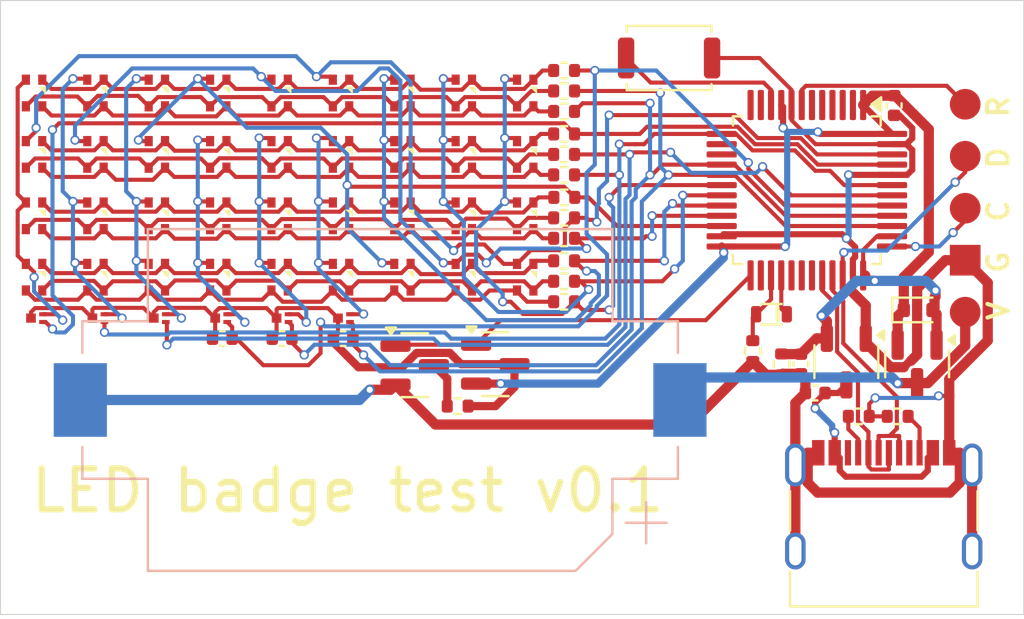
<source format=kicad_pcb>
(kicad_pcb (version 20241229) (generator "pcbnew") (generator_version "9.0")
  (layers (0 "F.Cu" signal) (2 "B.Cu" signal) (13 "F.Paste" user) (15 "B.Paste" user) (5 "F.SilkS" user "F.Silkscreen") (7 "B.SilkS" user "B.Silkscreen") (1 "F.Mask" user) (3 "B.Mask" user) (25 "Edge.Cuts" user))
  (net 0 "")
  (net 1 "VCC")
  (net 2 "GND")
  (net 3 "A1R")
  (net 4 "A3R")
  (net 5 "A4")
  (net 6 "A2R")
  (net 7 "A5")
  (net 8 "A6")
  (net 9 "A7")
  (net 10 "A8")
  (net 11 "A9")
  (net 12 "A10")
  (net 13 "A11")
  (net 14 "A12")
  (net 15 "A1")
  (net 16 "A11R")
  (net 17 "A12R")
  (net 18 "A10R")
  (net 19 "A2")
  (net 20 "A3")
  (net 21 "A8R")
  (net 22 "A7R")
  (net 23 "A9R")
  (net 24 "A4R")
  (net 25 "A5R")
  (net 26 "A6R")
  (net 27 "VBAT")
  (net 28 "NRST")
  (net 29 "SWDIO")
  (net 30 "SWCLK")
  (net 31 "PHOTO_VCC")
  (net 36 "PHOTO_SENSE")
  (net 38 "Net-(J2-CC1)")
  (net 39 "Net-(J2-CC2)")
  (net 41 "BUTTON")
  (net 42 "USB_D-")
  (net 43 "USB_D+")
  (net 44 "A4P")
  (net 45 "A5P")
  (net 46 "A6P")
  (net 47 "LED_VCC_ON")
  (net 48 "LED_VCC")
  (net 49 "A7P")
  (net 50 "A8P")
  (net 51 "A9P")
  (net 54 "VCC_USB")
  (net 60 "VBUS")
  (net 61 "Net-(Q7-D)")
  (footprint "Resistor_SMD:R_0402_1005Metric" (layer "F.Cu") (at 49.9 26 180)
    (property "Reference" "R4" (hide yes))
    (property "Value" "1k" (hide yes))
  )
  (footprint "Custom:NH-Z1415RGBA-SG" (layer "F.Cu") (at 33 27 90)
    (property "Reference" "D28")
    (property "Value" "LED_ARGB" (hide yes))
  )
  (footprint "Custom:NH-Z1415RGBA-SG" (layer "F.Cu") (at 42 27 90)
    (property "Reference" "D31")
    (property "Value" "LED_ARGB" (hide yes))
  )
  (footprint "Custom:NH-Z1415RGBA-SG" (layer "F.Cu") (at 36 30 90)
    (property "Reference" "D5")
    (property "Value" "LED_ARGB" (hide yes))
  )
  (footprint "Custom:DMN2990UFA" (layer "F.Cu") (at 24.14375 35)
    (property "Reference" "Q8" (hide yes))
    (property "Value" "DMN2990UFA" (hide yes))
  )
  (footprint "Custom:NH-Z1415RGBA-SG" (layer "F.Cu") (at 24 24 90)
    (property "Reference" "D25")
    (property "Value" "LED_ARGB" (hide yes))
  )
  (footprint "Package_TO_SOT_SMD:SOT-23" (layer "F.Cu") (at 67.15 37.2375 -90)
    (property "Reference" "Q2" (hide yes))
    (property "Value" "Q_PMOS_GSD" (hide yes))
  )
  (footprint "Resistor_SMD:R_0402_1005Metric" (layer "F.Cu") (at 49.9 30.1 180)
    (property "Reference" "R3" (hide yes))
    (property "Value" "220" (hide yes))
  )
  (footprint "Resistor_SMD:R_0402_1005Metric" (layer "F.Cu") (at 49.9 33.2 180)
    (property "Reference" "R11" (hide yes))
    (property "Value" "1k" (hide yes))
  )
  (footprint "Resistor_SMD:R_0402_1005Metric" (layer "F.Cu") (at 60.53 37.26 -90)
    (property "Reference" "R16" (hide yes))
    (property "Value" "5.1k" (hide yes))
  )
  (footprint "Custom:NH-Z1415RGBA-SG" (layer "F.Cu") (at 24 33 90)
    (property "Reference" "D13")
    (property "Value" "LED_ARGB" (hide yes))
  )
  (footprint "Custom:NH-Z1415RGBA-SG" (layer "F.Cu") (at 48 24 90)
    (property "Reference" "D21")
    (property "Value" "LED_ARGB" (hide yes))
  )
  (footprint "Resistor_SMD:R_0402_1005Metric" (layer "F.Cu") (at 44.7 39.3)
    (property "Reference" "R17" (hide yes))
    (property "Value" "220" (hide yes))
  )
  (footprint "Resistor_SMD:R_0402_1005Metric" (layer "F.Cu") (at 49.9 22.9 180)
    (property "Reference" "R7" (hide yes))
    (property "Value" "1k" (hide yes))
  )
  (footprint "Custom:NH-Z1415RGBA-SG" (layer "F.Cu") (at 42 30 90)
    (property "Reference" "D7")
    (property "Value" "LED_ARGB" (hide yes))
  )
  (footprint "Custom:NH-Z1415RGBA-SG" (layer "F.Cu") (at 30 24 90)
    (property "Reference" "D27")
    (property "Value" "LED_ARGB" (hide yes))
  )
  (footprint "Package_TO_SOT_SMD:SOT-23" (layer "F.Cu") (at 46.5375 37.25)
    (property "Reference" "Q6" (hide yes))
    (property "Value" "Q_PMOS_GSD" (hide yes))
  )
  (footprint "Custom:NH-Z1415RGBA-SG" (layer "F.Cu") (at 36 27 90)
    (property "Reference" "D29")
    (property "Value" "LED_ARGB" (hide yes))
  )
  (footprint "Custom:NH-Z1415RGBA-SG" (layer "F.Cu") (at 27 24 90)
    (property "Reference" "D26")
    (property "Value" "LED_ARGB" (hide yes))
  )
  (footprint "Custom:NH-Z1415RGBA-SG" (layer "F.Cu") (at 45 30 90)
    (property "Reference" "D8")
    (property "Value" "LED_ARGB" (hide yes))
  )
  (footprint "Custom:DMN2990UFA" (layer "F.Cu") (at 36.14375 35)
    (property "Reference" "Q12" (hide yes))
    (property "Value" "DMN2990UFA" (hide yes))
  )
  (footprint "Custom:NH-Z1415RGBA-SG" (layer "F.Cu") (at 39 24 90)
    (property "Reference" "D24")
    (property "Value" "LED_ARGB" (hide yes))
  )
  (footprint "Resistor_SMD:R_0402_1005Metric" (layer "F.Cu") (at 66.2 39.8 180)
    (property "Reference" "R14" (hide yes))
    (property "Value" "5.1k" (hide yes))
  )
  (footprint "Custom:ProgramHeader" (layer "F.Cu") (at 69.5 30.9 90)
    (property "Reference" "J1" (hide yes))
    (property "Value" "Conn_01x05" (hide yes))
  )
  (footprint "Package_TO_SOT_SMD:SOT-23-3" (layer "F.Cu") (at 63.69 37.1275 -90)
    (property "Reference" "U2" (hide yes))
    (property "Value" "XC6206PxxxMR" (hide yes))
  )
  (footprint "Package_QFP:LQFP-48_7x7mm_P0.5mm" (layer "F.Cu") (at 61.7625 28.75 -90)
    (property "Reference" "U1" (hide yes))
    (property "Value" "STM32L052C8Tx" (hide yes))
  )
  (footprint "Resistor_SMD:R_0402_1005Metric" (layer "F.Cu") (at 49.9 34.2 180)
    (property "Reference" "R12" (hide yes))
    (property "Value" "220" (hide yes))
  )
  (footprint "Custom:NH-Z1415RGBA-SG" (layer "F.Cu") (at 24 27 90)
    (property "Reference" "D36")
    (property "Value" "LED_ARGB" (hide yes))
  )
  (footprint "Custom:PT19-21C_L41_TR8" (layer "F.Cu") (at 60.0325 34.81)
    (property "Reference" "Q5" (hide yes))
    (property "Value" "Q_Photo_NPN_EC" (hide yes))
  )
  (footprint "Custom:NH-Z1415RGBA-SG" (layer "F.Cu") (at 30 30 90)
    (property "Reference" "D3")
    (property "Value" "LED_ARGB" (hide yes))
  )
  (footprint "Custom:NH-Z1415RGBA-SG" (layer "F.Cu") (at 39 27 90)
    (property "Reference" "D30")
    (property "Value" "LED_ARGB" (hide yes))
  )
  (footprint "Custom:NH-Z1415RGBA-SG" (layer "F.Cu") (at 33 24 90)
    (property "Reference" "D22")
    (property "Value" "LED_ARGB" (hide yes))
  )
  (footprint "Resistor_SMD:R_0402_1005Metric" (layer "F.Cu") (at 49.91 29.1)
    (property "Reference" "R1" (hide yes))
    (property "Value" "1k" (hide yes))
  )
  (footprint "Capacitor_SMD:C_0402_1005Metric" (layer "F.Cu") (at 36.12 36 180)
    (property "Reference" "C3" (hide yes))
    (property "Value" "47pF" (hide yes))
  )
  (footprint "Custom:NH-Z1415RGBA-SG" (layer "F.Cu") (at 48 30 90)
    (property "Reference" "D9")
    (property "Value" "LED_ARGB" (hide yes))
  )
  (footprint "Custom:NH-Z1415RGBA-SG" (layer "F.Cu") (at 45 24 90)
    (property "Reference" "D20")
    (property "Value" "LED_ARGB" (hide yes))
  )
  (footprint "Custom:NH-Z1415RGBA-SG" (layer "F.Cu") (at 24 30 90)
    (property "Reference" "D1")
    (property "Value" "LED_ARGB" (hide yes))
  )
  (footprint "Custom:NH-Z1415RGBA-SG" (layer "F.Cu") (at 39 33 90)
    (property "Reference" "D18")
    (property "Value" "LED_ARGB" (hide yes))
  )
  (footprint "Resistor_SMD:R_0402_1005Metric" (layer "F.Cu") (at 49.9 27 180)
    (property "Reference" "R6" (hide yes))
    (property "Value" "220" (hide yes))
  )
  (footprint "Custom:NH-Z1415RGBA-SG" (layer "F.Cu") (at 33 33 90)
    (property "Reference" "D16")
    (property "Value" "LED_ARGB" (hide yes))
  )
  (footprint "Custom:DMN2990UFA" (layer "F.Cu") (at 39.14375 35)
    (property "Reference" "Q13" (hide yes))
    (property "Value" "DMN2990UFA" (hide yes))
  )
  (footprint "Custom:NH-Z1415RGBA-SG" (layer "F.Cu") (at 36 24 90)
    (property "Reference" "D23")
    (property "Value" "LED_ARGB" (hide yes))
  )
  (footprint "Custom:NH-Z1415RGBA-SG" (layer "F.Cu") (at 27 30 90)
    (property "Reference" "D2")
    (property "Value" "LED_ARGB" (hide yes))
  )
  (footprint "Custom:NH-Z1415RGBA-SG" (layer "F.Cu") (at 30 27 90)
    (property "Reference" "D34")
    (property "Value" "LED_ARGB" (hide yes))
  )
  (footprint "Resistor_SMD:R_0402_1005Metric" (layer "F.Cu") (at 49.9 28 180)
    (property "Reference" "R5" (hide yes))
    (property "Value" "1k" (hide yes))
  )
  (footprint "Connector_USB:USB_C_Receptacle_G-Switch_GT-USB-7010ASV" (layer "F.Cu") (at 65.52 45.305)
    (property "Reference" "J2" (hide yes))
    (property "Value" "USB_C_Receptacle_USB2.0_16P" (hide yes))
  )
  (footprint "Capacitor_SMD:C_0402_1005Metric" (layer "F.Cu") (at 62.17 38.66 180)
    (property "Reference" "C5" (hide yes))
    (property "Value" "1uF" (hide yes))
  )
  (footprint "Capacitor_SMD:C_0402_1005Metric" (layer "F.Cu") (at 33.2 36 180)
    (property "Reference" "C1" (hide yes))
    (property "Value" "27pF" (hide yes))
  )
  (footprint "Package_TO_SOT_SMD:SOT-23" (layer "F.Cu") (at 42.6 37.3)
    (property "Reference" "Q7" (hide yes))
    (property "Value" "Q_NMOS_GSD" (hide yes))
  )
  (footprint "Capacitor_SMD:C_0402_1005Metric" (layer "F.Cu") (at 66.03 24.61 -90)
    (property "Reference" "C2" (hide yes))
    (property "Value" "10uF" (hide yes))
  )
  (footprint "Custom:DMN2990UFA" (layer "F.Cu") (at 27.14375 35)
    (property "Reference" "Q9" (hide yes))
    (property "Value" "DMN2990UFA" (hide yes))
  )
  (footprint "Custom:NH-Z1415RGBA-SG" (layer "F.Cu") (at 27 27 90)
    (property "Reference" "D35")
    (property "Value" "LED_ARGB" (hide yes))
  )
  (footprint "Custom:NH-Z1415RGBA-SG" (layer "F.Cu") (at 36 33 90)
    (property "Reference" "D17")
    (property "Value" "LED_ARGB" (hide yes))
  )
  (footprint "Custom:NH-Z1415RGBA-SG" (layer "F.Cu") (at 27 33 90)
    (property "Reference" "D14")
    (property "Value" "LED_ARGB" (hide yes))
  )
  (footprint "Custom:DMN2990UFA" (layer "F.Cu") (at 33.14375 35)
    (property "Reference" "Q11" (hide yes))
    (property "Value" "DMN2990UFA" (hide yes))
  )
  (footprint "Resistor_SMD:R_0402_1005Metric" (layer "F.Cu") (at 49.9 23.9 180)
    (property "Reference" "R9" (hide yes))
    (property "Value" "220" (hide yes))
  )
  (footprint "Resistor_SMD:R_0402_1005Metric" (layer "F.Cu") (at 49.9 31.1 180)
    (property "Reference" "R2" (hide yes))
    (property "Value" "1k" (hide yes))
  )
  (footprint "Resistor_SMD:R_0402_1005Metric" (layer "F.Cu") (at 49.9 24.9 180)
    (property "Reference" "R8" (hide yes))
    (property "Value" "1k" (hide yes))
  )
  (footprint "Resistor_SMD:R_0402_1005Metric" (layer "F.Cu") (at 59.12 36.61 -90)
    (property "Reference" "R15" (hide yes))
    (property "Value" "3.3k" (hide yes))
  )
  (footprint "Custom:DMN2990UFA" (layer "F.Cu") (at 30.14375 35)
    (property "Reference" "Q10" (hide yes))
    (property "Value" "DMN2990UFA" (hide yes))
  )
  (footprint "Resistor_SMD:R_0402_1005Metric" (layer "F.Cu") (at 49.9 32.2 180)
    (property "Reference" "R10" (hide yes))
    (property "Value" "1k" (hide yes))
  )
  (footprint "Custom:NH-Z1415RGBA-SG" (layer "F.Cu") (at 30 33 90)
    (property "Reference" "D15")
    (property "Value" "LED_ARGB" (hide yes))
  )
  (footprint "Resistor_SMD:R_0402_1005Metric" (layer "F.Cu") (at 64.3 39.8)
    (property "Reference" "R13" (hide yes))
    (property "Value" "5.1k" (hide yes))
  )
  (footprint "Custom:NH-Z1415RGBA-SG" (layer "F.Cu") (at 33 30 90)
    (property "Reference" "D4")
    (property "Value" "LED_ARGB" (hide yes))
  )
  (footprint "Custom:NH-Z1415RGBA-SG" (layer "F.Cu") (at 42 33 90)
    (property "Reference" "D10")
    (property "Value" "LED_ARGB" (hide yes))
  )
  (footprint "Custom:NH-Z1415RGBA-SG" (layer "F.Cu") (at 45 27 90)
    (property "Reference" "D32")
    (property "Value" "LED_ARGB" (hide yes))
  )
  (footprint "Custom:NH-Z1415RGBA-SG" (layer "F.Cu") (at 39 30 90)
    (property "Reference" "D6")
    (property "Value" "LED_ARGB" (hide yes))
  )
  (footprint "Custom:NH-Z1415RGBA-SG" (layer "F.Cu") (at 48 27 90)
    (property "Reference" "D33")
    (property "Value" "LED_ARGB" (hide yes))
  )
  (footprint "Custom:NH-Z1415RGBA-SG" (layer "F.Cu") (at 48 33 90)
    (property "Reference" "D12")
    (property "Value" "LED_ARGB" (hide yes))
  )
  (footprint "Capacitor_SMD:C_0402_1005Metric" (layer "F.Cu") (at 39.1 36 180)
    (property "Reference" "C4" (hide yes))
    (property "Value" "100pF" (hide yes))
  )
  (footprint "Custom:NH-Z1415RGBA-SG" (layer "F.Cu") (at 45 33 90)
    (property "Reference" "D11")
    (property "Value" "LED_ARGB" (hide yes))
  )
  (footprint "Button_Switch_SMD:SW_Push_SPST_NO_Alps_SKRK" (layer "F.Cu") (at 55.03 22.29 180)
    (property "Reference" "SW1" (hide yes))
    (property "Value" "SW_Push" (hide yes))
  )
  (footprint "Diode_SMD:D_SOD-523" (layer "F.Cu") (at 67.2 34.6)
    (property "Reference" "D37" (hide yes))
    (property "Value" "RB520S-30" (hide yes))
  )
  (footprint "Custom:NH-Z1415RGBA-SG" (layer "F.Cu") (at 42 24 90)
    (property "Reference" "D19")
    (property "Value" "LED_ARGB" (hide yes))
  )
  (footprint "Capacitor_SMD:C_0402_1005Metric" (layer "F.Cu") (at 61.47 37.24 -90)
    (property "Reference" "C6" (hide yes))
    (property "Value" "1uF" (hide yes))
  )
  (footprint "Battery:BatteryHolder_Keystone_1060_1x2032" (layer "B.Cu") (at 40.91 39 180)
    (property "Reference" "BT1" (hide yes))
    (property "Value" "CR2032" (hide yes))
  )
  (gr_line (start 66.5 37.4) (end 66.9 37) (stroke (width 0.4)) (layer "F.Cu") (net 2))
  (gr_rect (start 22.36 19.48) (end 72.36 49.48) (stroke (width 0.05)) (fill no) (layer "Edge.Cuts"))
  (gr_text "LED badge test v0.1" (at 23.7 44.6 0) (layer "F.SilkS") (effects (font (size 2 2) (thickness 0.3)) (justify left bottom)))
  (gr_text "C" (at 71.7 30.4 90) (layer "F.SilkS") (effects (font (size 1 1) (thickness 0.2) (bold yes)) (justify left bottom)))
  (gr_text "R" (at 71.7 25.3 90) (layer "F.SilkS") (effects (font (size 1 1) (thickness 0.2) (bold yes)) (justify left bottom)))
  (gr_text "V" (at 71.72 35.2 90) (layer "F.SilkS") (effects (font (size 1 1) (thickness 0.2) (bold yes)) (justify left bottom)))
  (gr_text "G" (at 71.7 32.9 90) (layer "F.SilkS") (effects (font (size 1 1) (thickness 0.2) (bold yes)) (justify left bottom)))
  (gr_text "D" (at 71.7 27.8 90) (layer "F.SilkS") (effects (font (size 1 1) (thickness 0.2) (bold yes)) (justify left bottom)))
  (segment (start 66.03 24.13) (end 64.97 24.13) (width 0.5) (layer "F.Cu") (net 1))
  (segment (start 65.925 26) (end 64.5125 24.5875) (width 0.3) (layer "F.Cu") (net 1))
  (segment (start 66.5 34.6) (end 66.5 32.990654) (width 0.5) (layer "F.Cu") (net 1))
  (segment (start 66.2 34.9) (end 66.5 34.6) (width 0.5) (layer "F.Cu") (net 1))
  (segment (start 57.7 31.8) (end 57.7 31.6) (width 0.4) (layer "F.Cu") (net 1))
  (segment (start 64.97 24.13) (end 64.5125 24.5875) (width 0.5) (layer "F.Cu") (net 1))
  (segment (start 66.07826 24.13) (end 66.03 24.13) (width 0.5) (layer "F.Cu") (net 1))
  (segment (start 60.6 24.675) (end 60.5125 24.5875) (width 0.3) (layer "F.Cu") (net 1))
  (segment (start 46.8 38.2) (end 45.6 38.2) (width 0.4) (layer "F.Cu") (net 1))
  (segment (start 65.925 26) (end 62.4 26) (width 0.3) (layer "F.Cu") (net 1))
  (segment (start 66.2 36.3) (end 66.2 34.9) (width 0.5) (layer "F.Cu") (net 1))
  (segment (start 60.7 31.5) (end 57.6 31.5) (width 0.3) (layer "F.Cu") (net 1))
  (segment (start 57.7 31.6) (end 57.6 31.5) (width 0.4) (layer "F.Cu") (net 1))
  (segment (start 67.721 25.77274) (end 66.07826 24.13) (width 0.5) (layer "F.Cu") (net 1))
  (segment (start 62.4 26) (end 62.3 25.9) (width 0.3) (layer "F.Cu") (net 1))
  (segment (start 60.6 25.7) (end 60.6 24.675) (width 0.3) (layer "F.Cu") (net 1))
  (segment (start 66.5 32.990654) (end 67.721 31.769654) (width 0.5) (layer "F.Cu") (net 1))
  (segment (start 67.721 31.769654) (end 67.721 25.77274) (width 0.5) (layer "F.Cu") (net 1))
  (via (at 62.3 25.9) (size 0.45) (drill 0.3) (layers "F.Cu" "B.Cu") (net 1))
  (via (at 46.8 38.2) (size 0.45) (drill 0.3) (layers "F.Cu" "B.Cu") (net 1))
  (via (at 57.7 31.8) (size 0.45) (drill 0.3) (layers "F.Cu" "B.Cu") (net 1))
  (via (at 60.6 25.7) (size 0.45) (drill 0.3) (layers "F.Cu" "B.Cu") (net 1))
  (via (at 60.7 31.5) (size 0.45) (drill 0.3) (layers "F.Cu" "B.Cu") (net 1))
  (segment (start 60.8 31.4) (end 60.7 31.5) (width 0.3) (layer "B.Cu") (net 1))
  (segment (start 57.7 31.8) (end 57.7 32.055367) (width 0.4) (layer "B.Cu") (net 1))
  (segment (start 51.555367 38.2) (end 46.8 38.2) (width 0.4) (layer "B.Cu") (net 1))
  (segment (start 60.8 25.9) (end 60.8 31.4) (width 0.3) (layer "B.Cu") (net 1))
  (segment (start 60.8 25.9) (end 60.6 25.7) (width 0.3) (layer "B.Cu") (net 1))
  (segment (start 57.7 32.055367) (end 51.555367 38.2) (width 0.4) (layer "B.Cu") (net 1))
  (segment (start 62.3 25.9) (end 60.8 25.9) (width 0.3) (layer "B.Cu") (net 1))
  (segment (start 61.0125 24.5875) (end 61.0125 25.324999) (width 0.2) (layer "F.Cu") (net 2))
  (segment (start 66.9135 26.212112) (end 66.9135 25.7135) (width 0.3) (layer "F.Cu") (net 2))
  (segment (start 61.47 37.72) (end 60.58 37.72) (width 0.5) (layer "F.Cu") (net 2))
  (segment (start 60.58 37.72) (end 60.53 37.77) (width 0.5) (layer "F.Cu") (net 2))
  (segment (start 64.81 39.19) (end 65.1 38.9) (width 0.2) (layer "F.Cu") (net 2))
  (segment (start 59.77 37.77) (end 59.12 37.12) (width 0.5) (layer "F.Cu") (net 2))
  (segment (start 65.925 26.5) (end 66.625612 26.5) (width 0.3) (layer "F.Cu") (net 2))
  (segment (start 69.236 42.096) (end 69.236 43.04214) (width 0.5) (layer "F.Cu") (net 2))
  (segment (start 69.84 46.38) (end 69.84 42.18) (width 0.5) (layer "F.Cu") (net 2))
  (segment (start 67.151 33.549) (end 67.151 36.7865) (width 0.5) (layer "F.Cu") (net 2))
  (segment (start 66.9135 25.7135) (end 66.29 25.09) (width 0.3) (layer "F.Cu") (net 2))
  (segment (start 68.72 41.58) (end 68.72 38.8) (width 0.5) (layer "F.Cu") (net 2))
  (segment (start 65.69 39.8) (end 64.81 39.8) (width 0.2) (layer "F.Cu") (net 2))
  (segment (start 61.2 42.18) (end 61.2 39.15) (width 0.5) (layer "F.Cu") (net 2))
  (segment (start 64.81 39.8) (end 64.81 39.19) (width 0.2) (layer "F.Cu") (net 2))
  (segment (start 41.6625 38.25) (end 43.6125 40.2) (width 0.5) (layer "F.Cu") (net 2))
  (segment (start 63.698432 31.101568) (end 64.121 31.524136) (width 0.3) (layer "F.Cu") (net 2))
  (segment (start 64.64 35.99) (end 64.64 36.190178) (width 0.5) (layer "F.Cu") (net 2))
  (segment (start 61.804 42.096) (end 62.32 41.58) (width 0.5) (layer "F.Cu") (net 2))
  (segment (start 68.75214 43.526) (end 62.28786 43.526) (width 0.5) (layer "F.Cu") (net 2))
  (segment (start 43.6125 40.2) (end 56.04 40.2) (width 0.5) (layer "F.Cu") (net 2))
  (segment (start 57.13 22.29) (end 59.452499 22.29) (width 0.2) (layer "F.Cu") (net 2))
  (segment (start 61.8 41.58) (end 62.32 41.58) (width 0.5) (layer "F.Cu") (net 2))
  (segment (start 66.29 25.09) (end 66.03 25.09) (width 0.3) (layer "F.Cu") (net 2))
  (segment (start 68.2 38.8) (end 68.72 38.8) (width 0.2) (layer "F.Cu") (net 2))
  (segment (start 66.9135 27.748999) (end 66.9135 26.787888) (width 0.3) (layer "F.Cu") (net 2))
  (segment (start 59.452499 22.29) (end 61.0125 23.850001) (width 0.2) (layer "F.Cu") (net 2))
  (segment (start 64.64 36.190178) (end 65.849822 37.4) (width 0.5) (layer "F.Cu") (net 2))
  (segment (start 68.53 32.17) (end 67.151 33.549) (width 0.5) (layer "F.Cu") (net 2))
  (segment (start 61.69 38.66) (end 61.69 37.94) (width 0.5) (layer "F.Cu") (net 2))
  (segment (start 66.625612 26.5) (end 66.9135 26.212112) (width 0.3) (layer "F.Cu") (net 2))
  (segment (start 60.53 37.77) (end 59.77 37.77) (width 0.5) (layer "F.Cu") (net 2))
  (segment (start 61.804 43.04214) (end 61.804 42.096) (width 0.5) (layer "F.Cu") (net 2))
  (segment (start 57.699 30.901) (end 57.6 31) (width 0.3) (layer "F.Cu") (net 2))
  (segment (start 63.698432 31.101568) (end 63.497864 30.901) (width 0.3) (layer "F.Cu") (net 2))
  (segment (start 61.2 46.38) (end 61.2 42.18) (width 0.5) (layer "F.Cu") (net 2))
  (segment (start 69.24 41.58) (end 68.72 41.58) (width 0.5) (layer "F.Cu") (net 2))
  (segment (start 65.925 28) (end 66.662499 28) (width 0.3) (layer "F.Cu") (net 2))
  (segment (start 70.601 33.271) (end 69.5 32.17) (width 0.5) (layer "F.Cu") (net 2))
  (segment (start 65.925 28) (end 63.8 28) (width 0.3) (layer "F.Cu") (net 2))
  (segment (start 40.4 38.5) (end 41.4125 38.5) (width 0.5) (layer "F.Cu") (net 2))
  (segment (start 64.121 32.018232) (end 64.0125 32.126732) (width 0.3) (layer "F.Cu") (net 2))
  (segment (start 61.69 37.94) (end 61.47 37.72) (width 0.5) (layer "F.Cu") (net 2))
  (segment (start 68.72 37.98012) (end 70.601 36.09912) (width 0.5) (layer "F.Cu") (net 2))
  (segment (start 69.84 42.18) (end 69.24 41.58) (width 0.5) (layer "F.Cu") (net 2))
  (segment (start 68.72 41.58) (end 69.236 42.096) (width 0.5) (layer "F.Cu") (net 2))
  (segment (start 66.9135 26.787888) (end 66.625612 26.5) (width 0.3) (layer "F.Cu") (net 2))
  (segment (start 68.72 38.8) (end 68.72 37.98012) (width 0.5) (layer "F.Cu") (net 2))
  (segment (start 56.04 40.2) (end 59.12 37.12) (width 0.5) (layer "F.Cu") (net 2))
  (segment (start 61.2 42.18) (end 61.8 41.58) (width 0.5) (layer "F.Cu") (net 2))
  (segment (start 64.121 31.524136) (end 64.121 32.018232) (width 0.3) (layer "F.Cu") (net 2))
  (segment (start 67.151 36.7865) (end 66.851 37.0865) (width 0.5) (layer "F.Cu") (net 2))
  (segment (start 69.5 32.17) (end 68.53 32.17) (width 0.5) (layer "F.Cu") (net 2))
  (segment (start 66.662499 28) (end 66.9135 27.748999) (width 0.3) (layer "F.Cu") (net 2))
  (segment (start 64.64 35.99) (end 64.64 34.382034) (width 0.5) (layer "F.Cu") (net 2))
  (segment (start 63.497864 30.901) (end 57.699 30.901) (width 0.3) (layer "F.Cu") (net 2))
  (segment (start 61.0125 23.850001) (end 61.0125 24.5875) (width 0.2) (layer "F.Cu") (net 2))
  (segment (start 64.0125 32.126732) (end 64.0125 32.9125) (width 0.3) (layer "F.Cu") (net 2))
  (segment (start 65.849822 37.4) (end 66.5 37.4) (width 0.5) (layer "F.Cu") (net 2))
  (segment (start 62.28786 43.526) (end 61.804 43.04214) (width 0.5) (layer "F.Cu") (net 2))
  (segment (start 62.187501 26.5) (end 65.925 26.5) (width 0.2) (layer "F.Cu") (net 2))
  (segment (start 70.601 36.09912) (end 70.601 33.271) (width 0.5) (layer "F.Cu") (net 2))
  (segment (start 41.4125 38.5) (end 41.6625 38.25) (width 0.5) (layer "F.Cu") (net 2))
  (segment (start 61.2 39.15) (end 61.69 38.66) (width 0.5) (layer "F.Cu") (net 2))
  (segment (start 61.0125 25.324999) (end 62.187501 26.5) (width 0.2) (layer "F.Cu") (net 2))
  (segment (start 64.64 34.382034) (end 64.0125 33.754534) (width 0.5) (layer "F.Cu") (net 2))
  (segment (start 69.236 43.04214) (end 68.75214 43.526) (width 0.5) (layer "F.Cu") (net 2))
  (via (at 40.4 38.5) (size 0.45) (drill 0.3) (layers "F.Cu" "B.Cu") (net 2))
  (via (at 63.8 28) (size 0.45) (drill 0.3) (layers "F.Cu" "B.Cu") (net 2))
  (via (at 68.2 38.8) (size 0.45) (drill 0.3) (layers "F.Cu" "B.Cu") (net 2))
  (via (at 63.698432 31.101568) (size 0.45) (drill 0.3) (layers "F.Cu" "B.Cu") (net 2))
  (via (at 65.1 38.9) (size 0.45) (drill 0.3) (layers "F.Cu" "B.Cu") (net 2))
  (segment (start 65.1 38.9) (end 68.1 38.9) (width 0.2) (layer "B.Cu") (net 2))
  (segment (start 63.8 28) (end 63.8 31) (width 0.3) (layer "B.Cu") (net 2))
  (segment (start 68.1 38.9) (end 68.2 38.8) (width 0.2) (layer "B.Cu") (net 2))
  (segment (start 26.26 39) (end 39.9 39) (width 0.5) (layer "B.Cu") (net 2))
  (segment (start 63.8 31) (end 63.698432 31.101568) (width 0.3) (layer "B.Cu") (net 2))
  (segment (start 39.9 39) (end 40.4 38.5) (width 0.5) (layer "B.Cu") (net 2))
  (segment (start 36.851 29.801) (end 38.949 29.801) (width 0.2) (layer "F.Cu") (net 3))
  (segment (start 39.851 29.801) (end 41.949 29.801) (width 0.2) (layer "F.Cu") (net 3))
  (segment (start 48.65 29.1) (end 48.4 29.35) (width 0.2) (layer "F.Cu") (net 3))
  (segment (start 33.4 29.35) (end 33.851 29.801) (width 0.2) (layer "F.Cu") (net 3))
  (segment (start 30.4 29.35) (end 30.85 29.8) (width 0.2) (layer "F.Cu") (net 3))
  (segment (start 36.4 29.35) (end 36.851 29.801) (width 0.2) (layer "F.Cu") (net 3))
  (segment (start 47.91 29.84) (end 48.4 29.35) (width 0.2) (layer "F.Cu") (net 3))
  (segment (start 41.949 29.801) (end 42.4 29.35) (width 0.2) (layer "F.Cu") (net 3))
  (segment (start 39.4 29.35) (end 39.851 29.801) (width 0.2) (layer "F.Cu") (net 3))
  (segment (start 45.89 29.84) (end 47.91 29.84) (width 0.2) (layer "F.Cu") (net 3))
  (segment (start 29.949 29.801) (end 30.4 29.35) (width 0.2) (layer "F.Cu") (net 3))
  (segment (start 27.4 29.35) (end 27.851 29.801) (width 0.2) (layer "F.Cu") (net 3))
  (segment (start 27.851 29.801) (end 29.949 29.801) (width 0.2) (layer "F.Cu") (net 3))
  (segment (start 44.949 29.801) (end 45.4 29.35) (width 0.2) (layer "F.Cu") (net 3))
  (segment (start 26.949 29.801) (end 27.4 29.35) (width 0.2) (layer "F.Cu") (net 3))
  (segment (start 32.95 29.8) (end 33.4 29.35) (width 0.2) (layer "F.Cu") (net 3))
  (segment (start 33.851 29.801) (end 35.949 29.801) (width 0.2) (layer "F.Cu") (net 3))
  (segment (start 38.949 29.801) (end 39.4 29.35) (width 0.2) (layer "F.Cu") (net 3))
  (segment (start 45.4 29.35) (end 45.89 29.84) (width 0.2) (layer "F.Cu") (net 3))
  (segment (start 42.4 29.35) (end 42.851 29.801) (width 0.2) (layer "F.Cu") (net 3))
  (segment (start 49.4 29.1) (end 48.65 29.1) (width 0.2) (layer "F.Cu") (net 3))
  (segment (start 42.851 29.801) (end 44.949 29.801) (width 0.2) (layer "F.Cu") (net 3))
  (segment (start 30.85 29.8) (end 32.95 29.8) (width 0.2) (layer "F.Cu") (net 3))
  (segment (start 24.851 29.801) (end 26.949 29.801) (width 0.2) (layer "F.Cu") (net 3))
  (segment (start 35.949 29.801) (end 36.4 29.35) (width 0.2) (layer "F.Cu") (net 3))
  (segment (start 24.4 29.35) (end 24.851 29.801) (width 0.2) (layer "F.Cu") (net 3))
  (segment (start 39.08 30.17) (end 41.12 30.17) (width 0.2) (layer "F.Cu") (net 4))
  (segment (start 38.6 30.65) (end 39.08 30.17) (width 0.2) (layer "F.Cu") (net 4))
  (segment (start 35.149 30.199) (end 35.6 30.65) (width 0.2) (layer "F.Cu") (net 4))
  (segment (start 44.149 30.199) (end 44.6 30.65) (width 0.2) (layer "F.Cu") (net 4))
  (segment (start 29.6 30.65) (end 30.051 30.199) (width 0.2) (layer "F.Cu") (net 4))
  (segment (start 33.051 30.199) (end 35.149 30.199) (width 0.2) (layer "F.Cu") (net 4))
  (segment (start 29.149 30.199) (end 29.6 30.65) (width 0.2) (layer "F.Cu") (net 4))
  (segment (start 49.39 30.1) (end 48.15 30.1) (width 0.2) (layer "F.Cu") (net 4))
  (segment (start 30.051 30.199) (end 32.149 30.199) (width 0.2) (layer "F.Cu") (net 4))
  (segment (start 36.09 30.16) (end 38.11 30.16) (width 0.2) (layer "F.Cu") (net 4))
  (segment (start 45.11 30.14) (end 47.09 30.14) (width 0.2) (layer "F.Cu") (net 4))
  (segment (start 41.12 30.17) (end 41.6 30.65) (width 0.2) (layer "F.Cu") (net 4))
  (segment (start 27.051 30.199) (end 29.149 30.199) (width 0.2) (layer "F.Cu") (net 4))
  (segment (start 24.051 30.199) (end 26.149 30.199) (width 0.2) (layer "F.Cu") (net 4))
  (segment (start 41.6 30.65) (end 42.051 30.199) (width 0.2) (layer "F.Cu") (net 4))
  (segment (start 38.11 30.16) (end 38.6 30.65) (width 0.2) (layer "F.Cu") (net 4))
  (segment (start 42.051 30.199) (end 44.149 30.199) (width 0.2) (layer "F.Cu") (net 4))
  (segment (start 32.6 30.65) (end 33.051 30.199) (width 0.2) (layer "F.Cu") (net 4))
  (segment (start 35.6 30.65) (end 36.09 30.16) (width 0.2) (layer "F.Cu") (net 4))
  (segment (start 47.09 30.14) (end 47.6 30.65) (width 0.2) (layer "F.Cu") (net 4))
  (segment (start 48.15 30.1) (end 47.6 30.65) (width 0.2) (layer "F.Cu") (net 4))
  (segment (start 23.6 30.65) (end 24.051 30.199) (width 0.2) (layer "F.Cu") (net 4))
  (segment (start 44.6 30.65) (end 45.11 30.14) (width 0.2) (layer "F.Cu") (net 4))
  (segment (start 26.149 30.199) (end 26.6 30.65) (width 0.2) (layer "F.Cu") (net 4))
  (segment (start 32.149 30.199) (end 32.6 30.65) (width 0.2) (layer "F.Cu") (net 4))
  (segment (start 26.6 30.65) (end 27.051 30.199) (width 0.2) (layer "F.Cu") (net 4))
  (segment (start 53.951 25.649) (end 58.378902 25.649) (width 0.2) (layer "F.Cu") (net 5))
  (segment (start 24.43775 35.19) (end 24.56 35.19) (width 0.2) (layer "F.Cu") (net 5))
  (segment (start 53.6 26) (end 53.951 25.649) (width 0.2) (layer "F.Cu") (net 5))
  (segment (start 49.889 25.479) (end 25.221 25.479) (width 0.2) (layer "F.Cu") (net 5))
  (segment (start 59.231902 26.502) (end 61.302 26.502) (width 0.2) (layer "F.Cu") (net 5))
  (segment (start 25.221 25.479) (end 24.9 25.8) (width 0.2) (layer "F.Cu") (net 5))
  (segment (start 61.302 26.502) (end 62.3 27.5) (width 0.2) (layer "F.Cu") (net 5))
  (segment (start 62.3 27.5) (end 65.925 27.5) (width 0.2) (layer "F.Cu") (net 5))
  (segment (start 50.41 26) (end 49.889 25.479) (width 0.2) (layer "F.Cu") (net 5))
  (segment (start 24.56 35.19) (end 24.9 35.53) (width 0.2) (layer "F.Cu") (net 5))
  (segment (start 58.378902 25.649) (end 59.231902 26.502) (width 0.2) (layer "F.Cu") (net 5))
  (segment (start 50.41 26) (end 53.6 26) (width 0.2) (layer "F.Cu") (net 5))
  (via (at 24.9 35.53) (size 0.45) (drill 0.3) (layers "F.Cu" "B.Cu") (net 5))
  (via (at 24.9 25.8) (size 0.45) (drill 0.3) (layers "F.Cu" "B.Cu") (net 5))
  (segment (start 25.901 34.892479) (end 25.901 35.307521) (width 0.2) (layer "B.Cu") (net 5))
  (segment (start 25.07 35.7) (end 24.9 35.53) (width 0.2) (layer "B.Cu") (net 5))
  (segment (start 25.508521 35.7) (end 25.07 35.7) (width 0.2) (layer "B.Cu") (net 5))
  (segment (start 24.9 33.891479) (end 25.901 34.892479) (width 0.2) (layer "B.Cu") (net 5))
  (segment (start 25.901 35.307521) (end 25.508521 35.7) (width 0.2) (layer "B.Cu") (net 5))
  (segment (start 24.9 25.8) (end 24.9 33.891479) (width 0.2) (layer "B.Cu") (net 5))
  (segment (start 45.851 31.101) (end 47.949 31.101) (width 0.2) (layer "F.Cu") (net 6))
  (segment (start 42.851 31.101) (end 44.949 31.101) (width 0.2) (layer "F.Cu") (net 6))
  (segment (start 44.949 31.101) (end 45.4 30.65) (width 0.2) (layer "F.Cu") (net 6))
  (segment (start 48.85 31.1) (end 48.4 30.65) (width 0.2) (layer "F.Cu") (net 6))
  (segment (start 30.4 30.65) (end 30.87 31.12) (width 0.2) (layer "F.Cu") (net 6))
  (segment (start 35.949 31.101) (end 36.4 30.65) (width 0.2) (layer "F.Cu") (net 6))
  (segment (start 49.39 31.1) (end 48.85 31.1) (width 0.2) (layer "F.Cu") (net 6))
  (segment (start 32.93 31.12) (end 33.4 30.65) (width 0.2) (layer "F.Cu") (net 6))
  (segment (start 39.851 31.101) (end 41.949 31.101) (width 0.2) (layer "F.Cu") (net 6))
  (segment (start 33.851 31.101) (end 35.949 31.101) (width 0.2) (layer "F.Cu") (net 6))
  (segment (start 33.4 30.65) (end 33.851 31.101) (width 0.2) (layer "F.Cu") (net 6))
  (segment (start 36.4 30.65) (end 36.851 31.101) (width 0.2) (layer "F.Cu") (net 6))
  (segment (start 24.851 31.101) (end 26.949 31.101) (width 0.2) (layer "F.Cu") (net 6))
  (segment (start 26.949 31.101) (end 27.4 30.65) (width 0.2) (layer "F.Cu") (net 6))
  (segment (start 30.87 31.12) (end 32.93 31.12) (width 0.2) (layer "F.Cu") (net 6))
  (segment (start 27.851 31.101) (end 29.949 31.101) (width 0.2) (layer "F.Cu") (net 6))
  (segment (start 38.949 31.101) (end 39.4 30.65) (width 0.2) (layer "F.Cu") (net 6))
  (segment (start 36.851 31.101) (end 38.949 31.101) (width 0.2) (layer "F.Cu") (net 6))
  (segment (start 41.949 31.101) (end 42.4 30.65) (width 0.2) (layer "F.Cu") (net 6))
  (segment (start 27.4 30.65) (end 27.851 31.101) (width 0.2) (layer "F.Cu") (net 6))
  (segment (start 39.4 30.65) (end 39.851 31.101) (width 0.2) (layer "F.Cu") (net 6))
  (segment (start 24.4 30.65) (end 24.851 31.101) (width 0.2) (layer "F.Cu") (net 6))
  (segment (start 45.4 30.65) (end 45.851 31.101) (width 0.2) (layer "F.Cu") (net 6))
  (segment (start 47.949 31.101) (end 48.4 30.65) (width 0.2) (layer "F.Cu") (net 6))
  (segment (start 42.4 30.65) (end 42.851 31.101) (width 0.2) (layer "F.Cu") (net 6))
  (segment (start 29.949 31.101) (end 30.4 30.65) (width 0.2) (layer "F.Cu") (net 6))
  (segment (start 53.807521 26.501) (end 54.101 26.207521) (width 0.2) (layer "F.Cu") (net 7))
  (segment (start 64.007521 28.501) (end 63.592479 28.501) (width 0.2) (layer "F.Cu") (net 7))
  (segment (start 62.175322 27.801) (end 61.177322 26.803) (width 0.2) (layer "F.Cu") (net 7))
  (segment (start 63.299 28.199) (end 62.901 27.801) (width 0.2) (layer "F.Cu") (net 7))
  (segment (start 59.107224 26.803) (end 58.304224 26) (width 0.2) (layer "F.Cu") (net 7))
  (segment (start 61.177322 26.803) (end 59.107224 26.803) (width 0.2) (layer "F.Cu") (net 7))
  (segment (start 53.391479 26.5) (end 53.392479 26.501) (width 0.2) (layer "F.Cu") (net 7))
  (segment (start 27.44 35.19225) (end 27.43775 35.19) (width 0.2) (layer "F.Cu") (net 7))
  (segment (start 63.592479 28.501) (end 63.299 28.207521) (width 0.2) (layer "F.Cu") (net 7))
  (segment (start 54.101 26.207521) (end 54.101 26.199) (width 0.2) (layer "F.Cu") (net 7))
  (segment (start 27.44 35.69) (end 27.44 35.19225) (width 0.2) (layer "F.Cu") (net 7))
  (segment (start 54.101 26.199) (end 54.3 26) (width 0.2) (layer "F.Cu") (net 7))
  (segment (start 52.6 28) (end 50.41 28) (width 0.2) (layer "F.Cu") (net 7))
  (segment (start 63.299 28.207521) (end 63.299 28.199) (width 0.2) (layer "F.Cu") (net 7))
  (segment (start 58.304224 26) (end 57.6 26) (width 0.2) (layer "F.Cu") (net 7))
  (segment (start 52.6 26.5) (end 53.391479 26.5) (width 0.2) (layer "F.Cu") (net 7))
  (segment (start 62.901 27.801) (end 62.175322 27.801) (width 0.2) (layer "F.Cu") (net 7))
  (segment (start 64.008521 28.5) (end 64.007521 28.501) (width 0.2) (layer "F.Cu") (net 7))
  (segment (start 65.925 28.5) (end 64.008521 28.5) (width 0.2) (layer "F.Cu") (net 7))
  (segment (start 53.392479 26.501) (end 53.807521 26.501) (width 0.2) (layer "F.Cu") (net 7))
  (segment (start 54.3 26) (end 57.6 26) (width 0.2) (layer "F.Cu") (net 7))
  (via (at 27.44 35.69) (size 0.45) (drill 0.3) (layers "F.Cu" "B.Cu") (net 7))
  (via (at 52.6 28) (size 0.45) (drill 0.3) (layers "F.Cu" "B.Cu") (net 7))
  (via (at 52.6 26.5) (size 0.45) (drill 0.3) (layers "F.Cu" "B.Cu") (net 7))
  (segment (start 52.6 28) (end 52.6 35.311233) (width 0.2) (layer "B.Cu") (net 7))
  (segment (start 44.377322 36.003) (end 44.074322 35.7) (width 0.2) (layer "B.Cu") (net 7))
  (segment (start 27.55 35.8) (end 27.44 35.69) (width 0.2) (layer "B.Cu") (net 7))
  (segment (start 52.6 28) (end 52.6 26.5) (width 0.2) (layer "B.Cu") (net 7))
  (segment (start 44.074322 35.7) (end 30.645736 35.7) (width 0.2) (layer "B.Cu") (net 7))
  (segment (start 30.645736 35.7) (end 30.545736 35.8) (width 0.2) (layer "B.Cu") (net 7))
  (segment (start 30.545736 35.8) (end 27.55 35.8) (width 0.2) (layer "B.Cu") (net 7))
  (segment (start 52.6 35.311233) (end 51.908233 36.003) (width 0.2) (layer "B.Cu") (net 7))
  (segment (start 51.908233 36.003) (end 44.377322 36.003) (width 0.2) (layer "B.Cu") (net 7))
  (segment (start 53.2 26.9) (end 53.1 27) (width 0.2) (layer "F.Cu") (net 8))
  (segment (start 55.1 26.9) (end 53.2 26.9) (width 0.2) (layer "F.Cu") (net 8))
  (segment (start 30.49 35.24225) (end 30.43775 35.19) (width 0.2) (layer "F.Cu") (net 8))
  (segment (start 61 29) (end 59.6 27.6) (width 0.2) (layer "F.Cu") (net 8))
  (segment (start 53.1 27) (end 50.41 27) (width 0.2) (layer "F.Cu") (net 8))
  (segment (start 30.49 36.31) (end 30.49 35.24225) (width 0.2) (layer "F.Cu") (net 8))
  (segment (start 65.925 29) (end 61 29) (width 0.2) (layer "F.Cu") (net 8))
  (via (at 59.6 27.6) (size 0.45) (drill 0.3) (layers "F.Cu" "B.Cu") (net 8))
  (via (at 55.1 26.9) (size 0.45) (drill 0.3) (layers "F.Cu" "B.Cu") (net 8))
  (via (at 30.49 36.31) (size 0.45) (drill 0.3) (layers "F.Cu" "B.Cu") (net 8))
  (via (at 53.1 27) (size 0.45) (drill 0.3) (layers "F.Cu" "B.Cu") (net 8))
  (segment (start 56.101 27.901) (end 55.1 26.9) (width 0.2) (layer "B.Cu") (net 8))
  (segment (start 53.1 27) (end 53.1 28.98) (width 0.2) (layer "B.Cu") (net 8))
  (segment (start 30.8 36) (end 30.49 36.31) (width 0.2) (layer "B.Cu") (net 8))
  (segment (start 52.9 35.436911) (end 52.032911 36.304) (width 0.2) (layer "B.Cu") (net 8))
  (segment (start 43.826966 36.304) (end 43.522966 36) (width 0.2) (layer "B.Cu") (net 8))
  (segment (start 52.032911 36.304) (end 43.826966 36.304) (width 0.2) (layer "B.Cu") (net 8))
  (segment (start 53.1 28.98) (end 52.9 29.18) (width 0.2) (layer "B.Cu") (net 8))
  (segment (start 52.9 29.18) (end 52.9 35.436911) (width 0.2) (layer "B.Cu") (net 8))
  (segment (start 43.522966 36) (end 30.8 36) (width 0.2) (layer "B.Cu") (net 8))
  (segment (start 59.299 27.901) (end 56.101 27.901) (width 0.2) (layer "B.Cu") (net 8))
  (segment (start 59.6 27.6) (end 59.299 27.901) (width 0.2) (layer "B.Cu") (net 8))
  (segment (start 51.4 22.9) (end 50.41 22.9) (width 0.2) (layer "F.Cu") (net 9))
  (segment (start 37.407521 37.301) (end 35.201 37.301) (width 0.2) (layer "F.Cu") (net 9))
  (segment (start 60.7 29.5) (end 58.9 27.7) (width 0.2) (layer "F.Cu") (net 9))
  (segment (start 33.9 36) (end 34.5 36.6) (width 0.2) (layer "F.Cu") (net 9))
  (segment (start 33.68 35.43225) (end 33.43775 35.19) (width 0.2) (layer "F.Cu") (net 9))
  (segment (start 33.68 36) (end 33.9 36) (width 0.2) (layer "F.Cu") (net 9))
  (segment (start 35.201 37.301) (end 34.5 36.6) (width 0.2) (layer "F.Cu") (net 9))
  (segment (start 65.925 29.5) (end 60.7 29.5) (width 0.2) (layer "F.Cu") (net 9))
  (segment (start 33.68 36) (end 33.68 35.43225) (width 0.2) (layer "F.Cu") (net 9))
  (segment (start 58.9 27.7) (end 58.9 27.4) (width 0.2) (layer "F.Cu") (net 9))
  (segment (start 38 36.708521) (end 37.407521 37.301) (width 0.2) (layer "F.Cu") (net 9))
  (segment (start 38 35.2) (end 38 36.708521) (width 0.2) (layer "F.Cu") (net 9))
  (via (at 58.9 27.4) (size 0.45) (drill 0.3) (layers "F.Cu" "B.Cu") (net 9))
  (via (at 38 35.2) (size 0.45) (drill 0.3) (layers "F.Cu" "B.Cu") (net 9))
  (via (at 51.4 22.9) (size 0.45) (drill 0.3) (layers "F.Cu" "B.Cu") (net 9))
  (segment (start 38.2 35.4) (end 38 35.2) (width 0.2) (layer "B.Cu") (net 9))
  (segment (start 52 31.891479) (end 52 33.9) (width 0.2) (layer "B.Cu") (net 9))
  (segment (start 51.501 34.499) (end 50.6 35.4) (width 0.2) (layer "B.Cu") (net 9))
  (segment (start 51.501 34.409521) (end 51.501 34.499) (width 0.2) (layer "B.Cu") (net 9))
  (segment (start 51.4 27.5) (end 51.4 22.9) (width 0.2) (layer "B.Cu") (net 9))
  (segment (start 51.499 34.407521) (end 51.501 34.409521) (width 0.2) (layer "B.Cu") (net 9))
  (segment (start 50.6 35.4) (end 38.2 35.4) (width 0.2) (layer "B.Cu") (net 9))
  (segment (start 50.999 30.890479) (end 52 31.891479) (width 0.2) (layer "B.Cu") (net 9))
  (segment (start 58.9 27.4) (end 54.4 22.9) (width 0.2) (layer "B.Cu") (net 9))
  (segment (start 54.4 22.9) (end 51.4 22.9) (width 0.2) (layer "B.Cu") (net 9))
  (segment (start 50.999 27.901) (end 50.999 30.890479) (width 0.2) (layer "B.Cu") (net 9))
  (segment (start 52 33.9) (end 51.499 34.401) (width 0.2) (layer "B.Cu") (net 9))
  (segment (start 51.4 27.5) (end 50.999 27.901) (width 0.2) (layer "B.Cu") (net 9))
  (segment (start 51.499 34.401) (end 51.499 34.407521) (width 0.2) (layer "B.Cu") (net 9))
  (segment (start 60.729902 30) (end 58.229902 27.5) (width 0.2) (layer "F.Cu") (net 10))
  (segment (start 50.81 24.5) (end 50.41 24.9) (width 0.2) (layer "F.Cu") (net 10))
  (segment (start 36.6 36) (end 36.6 35.35225) (width 0.2) (layer "F.Cu") (net 10))
  (segment (start 57.6 27.5) (end 54.7 27.5) (width 0.2) (layer "F.Cu") (net 10))
  (segment (start 54.1 24.5) (end 50.81 24.5) (width 0.2) (layer "F.Cu") (net 10))
  (segment (start 36.6 35.35225) (end 36.43775 35.19) (width 0.2) (layer "F.Cu") (net 10))
  (segment (start 65.925 30) (end 60.729902 30) (width 0.2) (layer "F.Cu") (net 10))
  (segment (start 54.2 28) (end 54.1 28) (width 0.2) (layer "F.Cu") (net 10))
  (segment (start 58.229902 27.5) (end 57.6 27.5) (width 0.2) (layer "F.Cu") (net 10))
  (segment (start 54.7 27.5) (end 54.2 28) (width 0.2) (layer "F.Cu") (net 10))
  (segment (start 36.6 36) (end 36.6 36.2) (width 0.2) (layer "F.Cu") (net 10))
  (segment (start 36.6 36.2) (end 37.2 36.8) (width 0.2) (layer "F.Cu") (net 10))
  (via (at 54.1 28) (size 0.45) (drill 0.3) (layers "F.Cu" "B.Cu") (net 10))
  (via (at 54.1 24.5) (size 0.45) (drill 0.3) (layers "F.Cu" "B.Cu") (net 10))
  (via (at 37.2 36.8) (size 0.45) (drill 0.3) (layers "F.Cu" "B.Cu") (net 10))
  (segment (start 53.201 35.561589) (end 53.201 29.304678) (width 0.2) (layer "B.Cu") (net 10))
  (segment (start 51.461589 37.301) (end 41.401 37.301) (width 0.2) (layer "B.Cu") (net 10))
  (segment (start 53.401 28.699) (end 54.1 28) (width 0.2) (layer "B.Cu") (net 10))
  (segment (start 41.401 37.301) (end 40.4 36.3) (width 0.2) (layer "B.Cu") (net 10))
  (segment (start 40.4 36.3) (end 37.7 36.3) (width 0.2) (layer "B.Cu") (net 10))
  (segment (start 53.401 29.104678) (end 53.401 28.699) (width 0.2) (layer "B.Cu") (net 10))
  (segment (start 54.1 28) (end 54.1 24.5) (width 0.2) (layer "B.Cu") (net 10))
  (segment (start 37.7 36.3) (end 37.2 36.8) (width 0.2) (layer "B.Cu") (net 10))
  (segment (start 53.201 29.304678) (end 53.401 29.104678) (width 0.2) (layer "B.Cu") (net 10))
  (segment (start 53.201 35.561589) (end 51.461589 37.301) (width 0.2) (layer "B.Cu") (net 10))
  (segment (start 39.58 36) (end 39.58 35.33225) (width 0.2) (layer "F.Cu") (net 11))
  (segment (start 54.6 24) (end 54.5 23.9) (width 0.2) (layer "F.Cu") (net 11))
  (segment (start 39.58 36) (end 39.58 36.28) (width 0.2) (layer "F.Cu") (net 11))
  (segment (start 60.729902 30.5) (end 58.229902 28) (width 0.2) (layer "F.Cu") (net 11))
  (segment (start 55 28) (end 57.6 28) (width 0.2) (layer "F.Cu") (net 11))
  (segment (start 65.925 30.5) (end 60.729902 30.5) (width 0.2) (layer "F.Cu") (net 11))
  (segment (start 39.58 36.28) (end 40.1 36.8) (width 0.2) (layer "F.Cu") (net 11))
  (segment (start 39.58 35.33225) (end 39.43775 35.19) (width 0.2) (layer "F.Cu") (net 11))
  (segment (start 58.229902 28) (end 57.6 28) (width 0.2) (layer "F.Cu") (net 11))
  (segment (start 54.5 23.9) (end 50.41 23.9) (width 0.2) (layer "F.Cu") (net 11))
  (via (at 40.1 36.8) (size 0.45) (drill 0.3) (layers "F.Cu" "B.Cu") (net 11))
  (via (at 55 28) (size 0.45) (drill 0.3) (layers "F.Cu" "B.Cu") (net 11))
  (via (at 54.6 24) (size 0.45) (drill 0.3) (layers "F.Cu" "B.Cu") (net 11))
  (segment (start 40.1 36.8) (end 40.902 37.602) (width 0.2) (layer "B.Cu") (net 11))
  (segment (start 53.699 29.301) (end 55 28) (width 0.2) (layer "B.Cu") (net 11))
  (segment (start 40.902 37.602) (end 51.586267 37.602) (width 0.2) (layer "B.Cu") (net 11))
  (segment (start 51.586267 37.602) (end 53.699 35.489267) (width 0.2) (layer "B.Cu") (net 11))
  (segment (start 54.6 27.6) (end 54.6 24) (width 0.2) (layer "B.Cu") (net 11))
  (segment (start 53.699 35.489267) (end 53.699 29.301) (width 0.2) (layer "B.Cu") (net 11))
  (segment (start 55 28) (end 54.6 27.6) (width 0.2) (layer "B.Cu") (net 11))
  (segment (start 41.55 23.3) (end 41.6 23.35) (width 0.2) (layer "F.Cu") (net 12))
  (segment (start 41.15 29.35) (end 41.1 29.3) (width 0.2) (layer "F.Cu") (net 12))
  (segment (start 41.55 26.3) (end 41.6 26.35) (width 0.2) (layer "F.Cu") (net 12))
  (segment (start 57.6 29.5) (end 55.3 29.5) (width 0.2) (layer "F.Cu") (net 12))
  (segment (start 41.1 23.3) (end 41.55 23.3) (width 0.2) (layer "F.Cu") (net 12))
  (segment (start 50.91 32.7) (end 50.41 32.2) (width 0.2) (layer "F.Cu") (net 12))
  (segment (start 41.6 29.35) (end 41.15 29.35) (width 0.2) (layer "F.Cu") (net 12))
  (segment (start 41.1 26.3) (end 41.55 26.3) (width 0.2) (layer "F.Cu") (net 12))
  (segment (start 55.3 29.5) (end 55.2 29.4) (width 0.2) (layer "F.Cu") (net 12))
  (segment (start 51 32.7) (end 50.91 32.7) (width 0.2) (layer "F.Cu") (net 12))
  (segment (start 50.41 32.2) (end 54.8 32.2) (width 0.2) (layer "F.Cu") (net 12))
  (via (at 55.2 29.4) (size 0.45) (drill 0.3) (layers "F.Cu" "B.Cu") (net 12))
  (via (at 41.1 29.3) (size 0.45) (drill 0.3) (layers "F.Cu" "B.Cu") (net 12))
  (via (at 51 32.7) (size 0.45) (drill 0.3) (layers "F.Cu" "B.Cu") (net 12))
  (via (at 54.8 32.2) (size 0.45) (drill 0.3) (layers "F.Cu" "B.Cu") (net 12))
  (via (at 41.1 26.3) (size 0.45) (drill 0.3) (layers "F.Cu" "B.Cu") (net 12))
  (via (at 41.1 23.3) (size 0.45) (drill 0.3) (layers "F.Cu" "B.Cu") (net 12))
  (segment (start 41.1 29.3) (end 41.1 26.3) (width 0.2) (layer "B.Cu") (net 12))
  (segment (start 51.198 34.376322) (end 51.198 34.276322) (width 0.2) (layer "B.Cu") (net 12))
  (segment (start 41.1 29.3) (end 41.1 30.108521) (width 0.2) (layer "B.Cu") (net 12))
  (segment (start 51.6 32.9) (end 51.4 32.7) (width 0.2) (layer "B.Cu") (net 12))
  (segment (start 41.1 26.3) (end 41.1 23.3) (width 0.2) (layer "B.Cu") (net 12))
  (segment (start 55.2 29.4) (end 54.8 29.8) (width 0.2) (layer "B.Cu") (net 12))
  (segment (start 54.8 29.8) (end 54.8 32.2) (width 0.2) (layer "B.Cu") (net 12))
  (segment (start 50.475322 35.099) (end 51.198 34.376322) (width 0.2) (layer "B.Cu") (net 12))
  (segment (start 51.4 32.7) (end 51 32.7) (width 0.2) (layer "B.Cu") (net 12))
  (segment (start 41.1 30.108521) (end 46.090479 35.099) (width 0.2) (layer "B.Cu") (net 12))
  (segment (start 51.198 34.276322) (end 51.6 33.874322) (width 0.2) (layer "B.Cu") (net 12))
  (segment (start 51.6 33.874322) (end 51.6 32.9) (width 0.2) (layer "B.Cu") (net 12))
  (segment (start 46.090479 35.099) (end 50.475322 35.099) (width 0.2) (layer "B.Cu") (net 12))
  (segment (start 50.7 33.2) (end 51.1 33.6) (width 0.2) (layer "F.Cu") (net 13))
  (segment (start 57.6 29) (end 55.7 29) (width 0.2) (layer "F.Cu") (net 13))
  (segment (start 44.55 26.3) (end 44.6 26.35) (width 0.2) (layer "F.Cu") (net 13))
  (segment (start 44.6 29.35) (end 44.05 29.35) (width 0.2) (layer "F.Cu") (net 13))
  (segment (start 44 26.3) (end 44.55 26.3) (width 0.2) (layer "F.Cu") (net 13))
  (segment (start 44.6 23.35) (end 44.05 23.35) (width 0.2) (layer "F.Cu") (net 13))
  (segment (start 54.7 33.2) (end 50.41 33.2) (width 0.2) (layer "F.Cu") (net 13))
  (segment (start 50.41 33.2) (end 50.7 33.2) (width 0.2) (layer "F.Cu") (net 13))
  (segment (start 44.05 29.35) (end 44 29.3) (width 0.2) (layer "F.Cu") (net 13))
  (segment (start 55.3 32.6) (end 54.7 33.2) (width 0.2) (layer "F.Cu") (net 13))
  (segment (start 44.05 23.35) (end 44 23.3) (width 0.2) (layer "F.Cu") (net 13))
  (via (at 55.7 29) (size 0.45) (drill 0.3) (layers "F.Cu" "B.Cu") (net 13))
  (via (at 51.1 33.6) (size 0.45) (drill 0.3) (layers "F.Cu" "B.Cu") (net 13))
  (via (at 44 26.3) (size 0.45) (drill 0.3) (layers "F.Cu" "B.Cu") (net 13))
  (via (at 55.3 32.6) (size 0.45) (drill 0.3) (layers "F.Cu" "B.Cu") (net 13))
  (via (at 44 29.3) (size 0.45) (drill 0.3) (layers "F.Cu" "B.Cu") (net 13))
  (via (at 44 23.3) (size 0.45) (drill 0.3) (layers "F.Cu" "B.Cu") (net 13))
  (segment (start 46.691479 34.7) (end 45.001 33.009521) (width 0.2) (layer "B.Cu") (net 13))
  (segment (start 50 34.7) (end 46.691479 34.7) (width 0.2) (layer "B.Cu") (net 13))
  (segment (start 51.1 33.6) (end 50 34.7) (width 0.2) (layer "B.Cu") (net 13))
  (segment (start 55.7 29) (end 55.7 32.2) (width 0.2) (layer "B.Cu") (net 13))
  (segment (start 45.001 33.009521) (end 45.001 30.301) (width 0.2) (layer "B.Cu") (net 13))
  (segment (start 44 29.3) (end 44 26.3) (width 0.2) (layer "B.Cu") (net 13))
  (segment (start 44 26.3) (end 44 23.3) (width 0.2) (layer "B.Cu") (net 13))
  (segment (start 45.001 30.301) (end 44 29.3) (width 0.2) (layer "B.Cu") (net 13))
  (segment (start 55.7 32.2) (end 55.3 32.6) (width 0.2) (layer "B.Cu") (net 13))
  (segment (start 50.81 34.6) (end 50.41 34.2) (width 0.2) (layer "F.Cu") (net 14))
  (segment (start 47 29.3) (end 47.55 29.3) (width 0.2) (layer "F.Cu") (net 14))
  (segment (start 52.1 29.1) (end 52.7 28.5) (width 0.2) (layer "F.Cu") (net 14))
  (segment (start 49.81 34.8) (end 50.41 34.2) (width 0.2) (layer "F.Cu") (net 14))
  (segment (start 47.291478 34.2) (end 47.891478 34.8) (width 0.2) (layer "F.Cu") (net 14))
  (segment (start 47.891478 34.8) (end 49.81 34.8) (width 0.2) (layer "F.Cu") (net 14))
  (segment (start 47.55 29.3) (end 47.6 29.35) (width 0.2) (layer "F.Cu") (net 14))
  (segment (start 52.1 34.6) (end 50.81 34.6) (width 0.2) (layer "F.Cu") (net 14))
  (segment (start 52.7 28.5) (end 57.6 28.5) (width 0.2) (layer "F.Cu") (net 14))
  (segment (start 46.9 34.2) (end 47.291478 34.2) (width 0.2) (layer "F.Cu") (net 14))
  (segment (start 47 26.2) (end 47.45 26.2) (width 0.2) (layer "F.Cu") (net 14))
  (segment (start 47.45 26.2) (end 47.6 26.35) (width 0.2) (layer "F.Cu") (net 14))
  (segment (start 47.05 23.35) (end 47 23.3) (width 0.2) (layer "F.Cu") (net 14))
  (segment (start 47.6 23.35) (end 47.05 23.35) (width 0.2) (layer "F.Cu") (net 14))
  (via (at 46.9 34.2) (size 0.45) (drill 0.3) (layers "F.Cu" "B.Cu") (net 14))
  (via (at 52.1 34.6) (size 0.45) (drill 0.3) (layers "F.Cu" "B.Cu") (net 14))
  (via (at 47 26.2) (size 0.45) (drill 0.3) (layers "F.Cu" "B.Cu") (net 14))
  (via (at 47 29.3) (size 0.45) (drill 0.3) (layers "F.Cu" "B.Cu") (net 14))
  (via (at 47 23.3) (size 0.45) (drill 0.3) (layers "F.Cu" "B.Cu") (net 14))
  (via (at 52.1 29.1) (size 0.45) (drill 0.3) (layers "F.Cu" "B.Cu") (net 14))
  (segment (start 45.599 30.701) (end 47 29.3) (width 0.2) (layer "B.Cu") (net 14))
  (segment (start 46.9 34.2) (end 46.9 33.808521) (width 0.2) (layer "B.Cu") (net 14))
  (segment (start 52.3 34.4) (end 52.3 29.6) (width 0.2) (layer "B.Cu") (net 14))
  (segment (start 47 26.2) (end 47 29.3) (width 0.2) (layer "B.Cu") (net 14))
  (segment (start 45.599 32.507521) (end 45.599 30.701) (width 0.2) (layer "B.Cu") (net 14))
  (segment (start 47 23.3) (end 47 26.2) (width 0.2) (layer "B.Cu") (net 14))
  (segment (start 52.1 29.4) (end 52.1 29.1) (width 0.2) (layer "B.Cu") (net 14))
  (segment (start 52.1 34.6) (end 52.3 34.4) (width 0.2) (layer "B.Cu") (net 14))
  (segment (start 52.3 29.6) (end 52.1 29.4) (width 0.2) (layer "B.Cu") (net 14))
  (segment (start 46.9 33.808521) (end 45.599 32.507521) (width 0.2) (layer "B.Cu") (net 14))
  (segment (start 29.15 26.35) (end 29.6 26.35) (width 0.2) (layer "F.Cu") (net 15))
  (segment (start 32 23.3) (end 32.55 23.3) (width 0.2) (layer "F.Cu") (net 15))
  (segment (start 49.899 28.579) (end 39.379 28.579) (width 0.2) (layer "F.Cu") (net 15))
  (segment (start 29.1 26.3) (end 29.15 26.35) (width 0.2) (layer "F.Cu") (net 15))
  (segment (start 41.55 32.3) (end 41.6 32.35) (width 0.2) (layer "F.Cu") (net 15))
  (segment (start 52.491479 30.5) (end 57.6 30.5) (width 0.2) (layer "F.Cu") (net 15))
  (segment (start 51.091479 29.1) (end 52.491479 30.5) (width 0.2) (layer "F.Cu") (net 15))
  (segment (start 50.42 29.1) (end 49.899 28.579) (width 0.2) (layer "F.Cu") (net 15))
  (segment (start 41 32.3) (end 41.55 32.3) (width 0.2) (layer "F.Cu") (net 15))
  (segment (start 39.379 28.579) (end 39.3 28.5) (width 0.2) (layer "F.Cu") (net 15))
  (segment (start 32.55 23.3) (end 32.6 23.35) (width 0.2) (layer "F.Cu") (net 15))
  (segment (start 50.42 29.1) (end 51.091479 29.1) (width 0.2) (layer "F.Cu") (net 15))
  (via (at 41 32.3) (size 0.45) (drill 0.3) (layers "F.Cu" "B.Cu") (net 15))
  (via (at 32 23.3) (size 0.45) (drill 0.3) (layers "F.Cu" "B.Cu") (net 15))
  (via (at 29.1 26.3) (size 0.45) (drill 0.3) (layers "F.Cu" "B.Cu") (net 15))
  (via (at 39.3 28.5) (size 0.45) (drill 0.3) (layers "F.Cu" "B.Cu") (net 15))
  (segment (start 34.399 25.699) (end 38.007521 25.699) (width 0.2) (layer "B.Cu") (net 15))
  (segment (start 39.3 26.991479) (end 39.3 28.5) (width 0.2) (layer "B.Cu") (net 15))
  (segment (start 29.1 26.2) (end 32 23.3) (width 0.2) (layer "B.Cu") (net 15))
  (segment (start 38.007521 25.699) (end 39.3 26.991479) (width 0.2) (layer "B.Cu") (net 15))
  (segment (start 29.1 26.3) (end 29.1 26.2) (width 0.2) (layer "B.Cu") (net 15))
  (segment (start 32 23.3) (end 34.399 25.699) (width 0.2) (layer "B.Cu") (net 15))
  (segment (start 39.3 28.5) (end 39.3 30.6) (width 0.2) (layer "B.Cu") (net 15))
  (segment (start 39.3 30.6) (end 41 32.3) (width 0.2) (layer "B.Cu") (net 15))
  (segment (start 44.949 33.199) (end 45.4 33.65) (width 0.2) (layer "F.Cu") (net 16))
  (segment (start 45.851 33.199) (end 47.949 33.199) (width 0.2) (layer "F.Cu") (net 16))
  (segment (start 45.4 33.65) (end 45.851 33.199) (width 0.2) (layer "F.Cu") (net 16))
  (segment (start 36.851 33.199) (end 38.949 33.199) (width 0.2) (layer "F.Cu") (net 16))
  (segment (start 39.4 33.65) (end 39.851 33.199) (width 0.2) (layer "F.Cu") (net 16))
  (segment (start 38.949 33.199) (end 39.4 33.65) (width 0.2) (layer "F.Cu") (net 16))
  (segment (start 24.87 33.18) (end 26.93 33.18) (width 0.2) (layer "F.Cu") (net 16))
  (segment (start 27.851 33.199) (end 29.949 33.199) (width 0.2) (layer "F.Cu") (net 16))
  (segment (start 39.851 33.199) (end 41.949 33.199) (width 0.2) (layer "F.Cu") (net 16))
  (segment (start 33.4 33.65) (end 33.88 33.17) (width 0.2) (layer "F.Cu") (net 16))
  (segment (start 47.949 33.199) (end 48.4 33.65) (width 0.2) (layer "F.Cu") (net 16))
  (segment (start 26.93 33.18) (end 27.4 33.65) (width 0.2) (layer "F.Cu") (net 16))
  (segment (start 30.89 33.16) (end 32.91 33.16) (width 0.2) (layer "F.Cu") (net 16))
  (segment (start 30.4 33.65) (end 30.89 33.16) (width 0.2) (layer "F.Cu") (net 16))
  (segment (start 27.4 33.65) (end 27.851 33.199) (width 0.2) (layer "F.Cu") (net 16))
  (segment (start 32.91 33.16) (end 33.4 33.65) (width 0.2) (layer "F.Cu") (net 16))
  (segment (start 42.851 33.199) (end 44.949 33.199) (width 0.2) (layer "F.Cu") (net 16))
  (segment (start 35.92 33.17) (end 36.4 33.65) (width 0.2) (layer "F.Cu") (net 16))
  (segment (start 42.4 33.65) (end 42.851 33.199) (width 0.2) (layer "F.Cu") (net 16))
  (segment (start 49.39 33.2) (end 48.85 33.2) (width 0.2) (layer "F.Cu") (net 16))
  (segment (start 24.4 33.65) (end 24.87 33.18) (width 0.2) (layer "F.Cu") (net 16))
  (segment (start 33.88 33.17) (end 35.92 33.17) (width 0.2) (layer "F.Cu") (net 16))
  (segment (start 48.85 33.2) (end 48.4 33.65) (width 0.2) (layer "F.Cu") (net 16))
  (segment (start 41.949 33.199) (end 42.4 33.65) (width 0.2) (layer "F.Cu") (net 16))
  (segment (start 29.949 33.199) (end 30.4 33.65) (width 0.2) (layer "F.Cu") (net 16))
  (segment (start 36.4 33.65) (end 36.851 33.199) (width 0.2) (layer "F.Cu") (net 16))
  (segment (start 39.051 34.101) (end 41.149 34.101) (width 0.2) (layer "F.Cu") (net 17))
  (segment (start 33.051 34.101) (end 35.149 34.101) (width 0.2) (layer "F.Cu") (net 17))
  (segment (start 35.6 33.65) (end 36.15 34.2) (width 0.2) (layer "F.Cu") (net 17))
  (segment (start 49.39 34.2) (end 48.098 34.2) (width 0.2) (layer "F.Cu") (net 17))
  (segment (start 29.15 34.1) (end 29.6 33.65) (width 0.2) (layer "F.Cu") (net 17))
  (segment (start 48.098 34.2) (end 47.6 33.702) (width 0.2) (layer "F.Cu") (net 17))
  (segment (start 45.799 34.101) (end 46.25 33.65) (width 0.2) (layer "F.Cu") (net 17))
  (segment (start 35.149 34.101) (end 35.6 33.65) (width 0.2) (layer "F.Cu") (net 17))
  (segment (start 36.15 34.2) (end 38.05 34.2) (width 0.2) (layer "F.Cu") (net 17))
  (segment (start 26.149 34.101) (end 26.6 33.65) (width 0.2) (layer "F.Cu") (net 17))
  (segment (start 41.149 34.101) (end 41.6 33.65) (width 0.2) (layer "F.Cu") (net 17))
  (segment (start 47.6 33.702) (end 47.6 33.65) (width 0.2) (layer "F.Cu") (net 17))
  (segment (start 23.6 33.65) (end 24.051 34.101) (width 0.2) (layer "F.Cu") (net 17))
  (segment (start 44.6 33.65) (end 45.051 34.101) (width 0.2) (layer "F.Cu") (net 17))
  (segment (start 41.6 33.65) (end 42.051 34.101) (width 0.2) (layer "F.Cu") (net 17))
  (segment (start 27.05 34.1) (end 29.15 34.1) (width 0.2) (layer "F.Cu") (net 17))
  (segment (start 44.149 34.101) (end 44.6 33.65) (width 0.2) (layer "F.Cu") (net 17))
  (segment (start 29.6 33.65) (end 30.051 34.101) (width 0.2) (layer "F.Cu") (net 17))
  (segment (start 26.6 33.65) (end 27.05 34.1) (width 0.2) (layer "F.Cu") (net 17))
  (segment (start 42.051 34.101) (end 44.149 34.101) (width 0.2) (layer "F.Cu") (net 17))
  (segment (start 24.051 34.101) (end 26.149 34.101) (width 0.2) (layer "F.Cu") (net 17))
  (segment (start 46.25 33.65) (end 47.6 33.65) (width 0.2) (layer "F.Cu") (net 17))
  (segment (start 32.149 34.101) (end 32.6 33.65) (width 0.2) (layer "F.Cu") (net 17))
  (segment (start 45.051 34.101) (end 45.799 34.101) (width 0.2) (layer "F.Cu") (net 17))
  (segment (start 38.6 33.65) (end 39.051 34.101) (width 0.2) (layer "F.Cu") (net 17))
  (segment (start 32.6 33.65) (end 33.051 34.101) (width 0.2) (layer "F.Cu") (net 17))
  (segment (start 30.051 34.101) (end 32.149 34.101) (width 0.2) (layer "F.Cu") (net 17))
  (segment (start 38.05 34.2) (end 38.6 33.65) (width 0.2) (layer "F.Cu") (net 17))
  (segment (start 45.851 32.801) (end 47.949 32.801) (width 0.2) (layer "F.Cu") (net 18))
  (segment (start 30.4 32.35) (end 30.851 32.801) (width 0.2) (layer "F.Cu") (net 18))
  (segment (start 33.85 32.8) (end 35.95 32.8) (width 0.2) (layer "F.Cu") (net 18))
  (segment (start 42.4 32.35) (end 42.9 32.85) (width 0.2) (layer "F.Cu") (net 18))
  (segment (start 27.4 32.35) (end 27.851 32.801) (width 0.2) (layer "F.Cu") (net 18))
  (segment (start 26.949 32.801) (end 27.4 32.35) (width 0.2) (layer "F.Cu") (net 18))
  (segment (start 24.4 32.35) (end 24.851 32.801) (width 0.2) (layer "F.Cu") (net 18))
  (segment (start 41.949 32.801) (end 42.4 32.35) (width 0.2) (layer "F.Cu") (net 18))
  (segment (start 38.949 32.801) (end 39.4 32.35) (width 0.2) (layer "F.Cu") (net 18))
  (segment (start 42.9 32.85) (end 44.9 32.85) (width 0.2) (layer "F.Cu") (net 18))
  (segment (start 36.851 32.801) (end 38.949 32.801) (width 0.2) (layer "F.Cu") (net 18))
  (segment (start 29.949 32.801) (end 30.4 32.35) (width 0.2) (layer "F.Cu") (net 18))
  (segment (start 49.39 32.2) (end 48.55 32.2) (width 0.2) (layer "F.Cu") (net 18))
  (segment (start 39.851 32.801) (end 41.949 32.801) (width 0.2) (layer "F.Cu") (net 18))
  (segment (start 30.851 32.801) (end 32.949 32.801) (width 0.2) (layer "F.Cu") (net 18))
  (segment (start 48.55 32.2) (end 48.4 32.35) (width 0.2) (layer "F.Cu") (net 18))
  (segment (start 44.9 32.85) (end 45.4 32.35) (width 0.2) (layer "F.Cu") (net 18))
  (segment (start 27.851 32.801) (end 29.949 32.801) (width 0.2) (layer "F.Cu") (net 18))
  (segment (start 36.4 32.35) (end 36.851 32.801) (width 0.2) (layer "F.Cu") (net 18))
  (segment (start 24.851 32.801) (end 26.949 32.801) (width 0.2) (layer "F.Cu") (net 18))
  (segment (start 35.95 32.8) (end 36.4 32.35) (width 0.2) (layer "F.Cu") (net 18))
  (segment (start 45.4 32.35) (end 45.851 32.801) (width 0.2) (layer "F.Cu") (net 18))
  (segment (start 39.4 32.35) (end 39.851 32.801) (width 0.2) (layer "F.Cu") (net 18))
  (segment (start 32.949 32.801) (end 33.4 32.35) (width 0.2) (layer "F.Cu") (net 18))
  (segment (start 33.4 32.35) (end 33.85 32.8) (width 0.2) (layer "F.Cu") (net 18))
  (segment (start 47.949 32.801) (end 48.4 32.35) (width 0.2) (layer "F.Cu") (net 18))
  (segment (start 45.7 31.9) (end 45.05 31.9) (width 0.2) (layer "F.Cu") (net 19))
  (segment (start 35.25 23.35) (end 35.1 23.2) (width 0.2) (layer "F.Cu") (net 19))
  (segment (start 35.6 23.35) (end 35.25 23.35) (width 0.2) (layer "F.Cu") (net 19))
  (segment (start 26.05 26.35) (end 26.6 26.35) (width 0.2) (layer "F.Cu") (net 19))
  (segment (start 44.55 32.3) (end 44.6 32.35) (width 0.2) (layer "F.Cu") (net 19))
  (segment (start 45.05 31.9) (end 44.6 32.35) (width 0.2) (layer "F.Cu") (net 19))
  (segment (start 44 32.3) (end 44.55 32.3) (width 0.2) (layer "F.Cu") (net 19))
  (segment (start 53.9 31) (end 53.8 31.1) (width 0.2) (layer "F.Cu") (net 19))
  (segment (start 57.6 30) (end 54.2 30) (width 0.2) (layer "F.Cu") (net 19))
  (segment (start 53.8 31.1) (end 50.41 31.1) (width 0.2) (layer "F.Cu") (net 19))
  (segment (start 54.2 31) (end 53.9 31) (width 0.2) (layer "F.Cu") (net 19))
  (segment (start 50.5 31.1) (end 51 31.6) (width 0.2) (layer "F.Cu") (net 19))
  (segment (start 26 26.3) (end 26.05 26.35) (width 0.2) (layer "F.Cu") (net 19))
  (segment (start 50.41 31.1) (end 50.5 31.1) (width 0.2) (layer "F.Cu") (net 19))
  (segment (start 46.1 32.3) (end 45.7 31.9) (width 0.2) (layer "F.Cu") (net 19))
  (via (at 35.1 23.2) (size 0.45) (drill 0.3) (layers "F.Cu" "B.Cu") (net 19))
  (via (at 26 26.3) (size 0.45) (drill 0.3) (layers "F.Cu" "B.Cu") (net 19))
  (via (at 54.2 31) (size 0.45) (drill 0.3) (layers "F.Cu" "B.Cu") (net 19))
  (via (at 44 32.3) (size 0.45) (drill 0.3) (layers "F.Cu" "B.Cu") (net 19))
  (via (at 54.2 30) (size 0.45) (drill 0.3) (layers "F.Cu" "B.Cu") (net 19))
  (via (at 51 31.6) (size 0.45) (drill 0.3) (layers "F.Cu" "B.Cu") (net 19))
  (via (at 46.1 32.3) (size 0.45) (drill 0.3) (layers "F.Cu" "B.Cu") (net 19))
  (segment (start 41.9 23.391479) (end 41.9 30.2) (width 0.2) (layer "B.Cu") (net 19))
  (segment (start 28.792479 22.799) (end 34.699 22.799) (width 0.2) (layer "B.Cu") (net 19))
  (segment (start 39.791479 23.9) (end 40.892479 22.799) (width 0.2) (layer "B.Cu") (net 19))
  (segment (start 35.1 23.2) (end 35.8 23.9) (width 0.2) (layer "B.Cu") (net 19))
  (segment (start 34.699 22.799) (end 35.1 23.2) (width 0.2) (layer "B.Cu") (net 19))
  (segment (start 26 26.3) (end 26 25.591479) (width 0.2) (layer "B.Cu") (net 19))
  (segment (start 46.8 31.6) (end 46.1 32.3) (width 0.2) (layer "B.Cu") (net 19))
  (segment (start 41.307521 22.799) (end 41.9 23.391479) (width 0.2) (layer "B.Cu") (net 19))
  (segment (start 35.8 23.9) (end 39.791479 23.9) (width 0.2) (layer "B.Cu") (net 19))
  (segment (start 26 25.591479) (end 28.792479 22.799) (width 0.2) (layer "B.Cu") (net 19))
  (segment (start 51 31.6) (end 46.8 31.6) (width 0.2) (layer "B.Cu") (net 19))
  (segment (start 40.892479 22.799) (end 41.307521 22.799) (width 0.2) (layer "B.Cu") (net 19))
  (segment (start 41.9 30.2) (end 44 32.3) (width 0.2) (layer "B.Cu") (net 19))
  (segment (start 54.2 30) (end 54.2 31) (width 0.2) (layer "B.Cu") (net 19))
  (segment (start 45.075678 31.4) (end 45.724322 31.4) (width 0.2) (layer "F.Cu") (net 20))
  (segment (start 37.8 23.2) (end 38.45 23.2) (width 0.2) (layer "F.Cu") (net 20))
  (segment (start 65.925 27) (end 62.261823 27) (width 0.2) (layer "F.Cu") (net 20))
  (segment (start 49.939 30.571) (end 49.939 31.407918) (width 0.2) (layer "F.Cu") (net 20))
  (segment (start 24.1 25.85) (end 23.6 26.35) (width 0.2) (layer "F.Cu") (net 20))
  (segment (start 58.23558 25.08) (end 52.1 25.08) (width 0.2) (layer "F.Cu") (net 20))
  (segment (start 62.261823 27) (end 61.462823 26.201) (width 0.2) (layer "F.Cu") (net 20))
  (segment (start 38.45 23.2) (end 38.6 23.35) (width 0.2) (layer "F.Cu") (net 20))
  (segment (start 51 30.1) (end 50.41 30.1) (width 0.2) (layer "F.Cu") (net 20))
  (segment (start 48.271 31.679) (end 47.6 32.35) (width 0.2) (layer "F.Cu") (net 20))
  (segment (start 49.667918 31.679) (end 48.271 31.679) (width 0.2) (layer "F.Cu") (net 20))
  (segment (start 45.724322 31.4) (end 45.726322 31.402) (width 0.2) (layer "F.Cu") (net 20))
  (segment (start 51.4 30.2) (end 51.1 30.2) (width 0.2) (layer "F.Cu") (net 20))
  (segment (start 51.1 30.2) (end 51 30.1) (width 0.2) (layer "F.Cu") (net 20))
  (segment (start 49.939 31.407918) (end 49.667918 31.679) (width 0.2) (layer "F.Cu") (net 20))
  (segment (start 51.5 30.3) (end 51.4 30.2) (width 0.2) (layer "F.Cu") (net 20))
  (segment (start 59.35658 26.201) (end 58.23558 25.08) (width 0.2) (layer "F.Cu") (net 20))
  (segment (start 45.073678 31.402) (end 45.075678 31.4) (width 0.2) (layer "F.Cu") (net 20))
  (segment (start 46.002 31.402) (end 46.95 32.35) (width 0.2) (layer "F.Cu") (net 20))
  (segment (start 24.1 25.7) (end 24.1 25.85) (width 0.2) (layer "F.Cu") (net 20))
  (segment (start 61.462823 26.201) (end 59.35658 26.201) (width 0.2) (layer "F.Cu") (net 20))
  (segment (start 44.5 31.7) (end 44.798 31.402) (width 0.2) (layer "F.Cu") (net 20))
  (segment (start 45.726322 31.402) (end 46.002 31.402) (width 0.2) (layer "F.Cu") (net 20))
  (segment (start 44.798 31.402) (end 45.073678 31.402) (width 0.2) (layer "F.Cu") (net 20))
  (segment (start 50.41 30.1) (end 49.939 30.571) (width 0.2) (layer "F.Cu") (net 20))
  (segment (start 46.95 32.35) (end 47.6 32.35) (width 0.2) (layer "F.Cu") (net 20))
  (via (at 44.5 31.7) (size 0.45) (drill 0.3) (layers "F.Cu" "B.Cu") (net 20))
  (via (at 24.1 25.7) (size 0.45) (drill 0.3) (layers "F.Cu" "B.Cu") (net 20))
  (via (at 37.8 23.2) (size 0.45) (drill 0.3) (layers "F.Cu" "B.Cu") (net 20))
  (via (at 51.5 30.3) (size 0.45) (drill 0.3) (layers "F.Cu" "B.Cu") (net 20))
  (via (at 52.1 25.08) (size 0.45) (drill 0.3) (layers "F.Cu" "B.Cu") (net 20))
  (segment (start 36.798 22.198) (end 26.193479 22.198) (width 0.2) (layer "B.Cu") (net 20))
  (segment (start 37.8 23.2) (end 36.798 22.198) (width 0.2) (layer "B.Cu") (net 20))
  (segment (start 37.8 23.2) (end 38.502 22.498) (width 0.2) (layer "B.Cu") (net 20))
  (segment (start 41.432199 22.498) (end 42.4 23.465801) (width 0.2) (layer "B.Cu") (net 20))
  (segment (start 51.6 28.7) (end 52 28.3) (width 0.2) (layer "B.Cu") (net 20))
  (segment (start 42.4 23.465801) (end 42.4 29.6) (width 0.2) (layer "B.Cu") (net 20))
  (segment (start 51.5 29.5) (end 51.6 29.4) (width 0.2) (layer "B.Cu") (net 20))
  (segment (start 24.1 24.291479) (end 24.1 25.7) (width 0.2) (layer "B.Cu") (net 20))
  (segment (start 51.5 30.3) (end 51.5 29.5) (width 0.2) (layer "B.Cu") (net 20))
  (segment (start 52 25.18) (end 52.1 25.08) (width 0.2) (layer "B.Cu") (net 20))
  (segment (start 26.193479 22.198) (end 24.1 24.291479) (width 0.2) (layer "B.Cu") (net 20))
  (segment (start 52 28.3) (end 52 25.18) (width 0.2) (layer "B.Cu") (net 20))
  (segment (start 51.6 29.4) (end 51.6 28.7) (width 0.2) (layer "B.Cu") (net 20))
  (segment (start 42.4 29.6) (end 44.5 31.7) (width 0.2) (layer "B.Cu") (net 20))
  (segment (start 38.502 22.498) (end 41.432199 22.498) (width 0.2) (layer "B.Cu") (net 20))
  (segment (start 27.4 24.65) (end 27.851 25.101) (width 0.2) (layer "F.Cu") (net 21))
  (segment (start 30.4 24.65) (end 30.89 25.14) (width 0.2) (layer "F.Cu") (net 21))
  (segment (start 30.89 25.14) (end 32.91 25.14) (width 0.2) (layer "F.Cu") (net 21))
  (segment (start 33.4 24.65) (end 33.851 25.101) (width 0.2) (layer "F.Cu") (net 21))
  (segment (start 41.949 25.101) (end 42.4 24.65) (width 0.2) (layer "F.Cu") (net 21))
  (segment (start 27.851 25.101) (end 29.949 25.101) (width 0.2) (layer "F.Cu") (net 21))
  (segment (start 45.4 24.65) (end 45.851 25.101) (width 0.2) (layer "F.Cu") (net 21))
  (segment (start 39.851 25.101) (end 41.949 25.101) (width 0.2) (layer "F.Cu") (net 21))
  (segment (start 38.949 25.101) (end 39.4 24.65) (width 0.2) (layer "F.Cu") (net 21))
  (segment (start 29.949 25.101) (end 30.4 24.65) (width 0.2) (layer "F.Cu") (net 21))
  (segment (start 36.4 24.65) (end 36.851 25.101) (width 0.2) (layer "F.Cu") (net 21))
  (segment (start 26.949 25.101) (end 27.4 24.65) (width 0.2) (layer "F.Cu") (net 21))
  (segment (start 36.851 25.101) (end 38.949 25.101) (width 0.2) (layer "F.Cu") (net 21))
  (segment (start 35.949 25.101) (end 36.4 24.65) (width 0.2) (layer "F.Cu") (net 21))
  (segment (start 44.949 25.101) (end 45.4 24.65) (width 0.2) (layer "F.Cu") (net 21))
  (segment (start 45.851 25.101) (end 47.949 25.101) (width 0.2) (layer "F.Cu") (net 21))
  (segment (start 32.91 25.14) (end 33.4 24.65) (width 0.2) (layer "F.Cu") (net 21))
  (segment (start 48.65 24.9) (end 48.4 24.65) (width 0.2) (layer "F.Cu") (net 21))
  (segment (start 49.39 24.9) (end 48.65 24.9) (width 0.2) (layer "F.Cu") (net 21))
  (segment (start 33.851 25.101) (end 35.949 25.101) (width 0.2) (layer "F.Cu") (net 21))
  (segment (start 47.949 25.101) (end 48.4 24.65) (width 0.2) (layer "F.Cu") (net 21))
  (segment (start 24.4 24.65) (end 24.851 25.101) (width 0.2) (layer "F.Cu") (net 21))
  (segment (start 24.851 25.101) (end 26.949 25.101) (width 0.2) (layer "F.Cu") (net 21))
  (segment (start 39.4 24.65) (end 39.851 25.101) (width 0.2) (layer "F.Cu") (net 21))
  (segment (start 42.851 25.101) (end 44.949 25.101) (width 0.2) (layer "F.Cu") (net 21))
  (segment (start 42.4 24.65) (end 42.851 25.101) (width 0.2) (layer "F.Cu") (net 21))
  (segment (start 35.95 23.8) (end 36.4 23.35) (width 0.2) (layer "F.Cu") (net 22))
  (segment (start 32.949 23.801) (end 33.4 23.35) (width 0.2) (layer "F.Cu") (net 22))
  (segment (start 33.85 23.8) (end 35.95 23.8) (width 0.2) (layer "F.Cu") (net 22))
  (segment (start 45.4 23.35) (end 45.851 23.801) (width 0.2) (layer "F.Cu") (net 22))
  (segment (start 49.39 22.9) (end 48.85 22.9) (width 0.2) (layer "F.Cu") (net 22))
  (segment (start 45.851 23.801) (end 47.949 23.801) (width 0.2) (layer "F.Cu") (net 22))
  (segment (start 29.949 23.801) (end 30.4 23.35) (width 0.2) (layer "F.Cu") (net 22))
  (segment (start 39.4 23.35) (end 39.851 23.801) (width 0.2) (layer "F.Cu") (net 22))
  (segment (start 33.4 23.35) (end 33.85 23.8) (width 0.2) (layer "F.Cu") (net 22))
  (segment (start 27.4 23.35) (end 27.851 23.801) (width 0.2) (layer "F.Cu") (net 22))
  (segment (start 30.4 23.35) (end 30.851 23.801) (width 0.2) (layer "F.Cu") (net 22))
  (segment (start 42.4 23.35) (end 42.89 23.84) (width 0.2) (layer "F.Cu") (net 22))
  (segment (start 36.4 23.35) (end 36.851 23.801) (width 0.2) (layer "F.Cu") (net 22))
  (segment (start 24.851 23.801) (end 26.949 23.801) (width 0.2) (layer "F.Cu") (net 22))
  (segment (start 26.949 23.801) (end 27.4 23.35) (width 0.2) (layer "F.Cu") (net 22))
  (segment (start 41.949 23.801) (end 42.4 23.35) (width 0.2) (layer "F.Cu") (net 22))
  (segment (start 39.851 23.801) (end 41.949 23.801) (width 0.2) (layer "F.Cu") (net 22))
  (segment (start 48.85 22.9) (end 48.4 23.35) (width 0.2) (layer "F.Cu") (net 22))
  (segment (start 44.91 23.84) (end 45.4 23.35) (width 0.2) (layer "F.Cu") (net 22))
  (segment (start 42.89 23.84) (end 44.91 23.84) (width 0.2) (layer "F.Cu") (net 22))
  (segment (start 38.949 23.801) (end 39.4 23.35) (width 0.2) (layer "F.Cu") (net 22))
  (segment (start 30.851 23.801) (end 32.949 23.801) (width 0.2) (layer "F.Cu") (net 22))
  (segment (start 36.851 23.801) (end 38.949 23.801) (width 0.2) (layer "F.Cu") (net 22))
  (segment (start 47.949 23.801) (end 48.4 23.35) (width 0.2) (layer "F.Cu") (net 22))
  (segment (start 27.851 23.801) (end 29.949 23.801) (width 0.2) (layer "F.Cu") (net 22))
  (segment (start 24.4 23.35) (end 24.851 23.801) (width 0.2) (layer "F.Cu") (net 22))
  (segment (start 49.39 23.9) (end 48.298 23.9) (width 0.2) (layer "F.Cu") (net 23))
  (segment (start 33.051 24.199) (end 35.149 24.199) (width 0.2) (layer "F.Cu") (net 23))
  (segment (start 44.6 24.65) (end 45.051 24.199) (width 0.2) (layer "F.Cu") (net 23))
  (segment (start 35.6 24.65) (end 36.051 24.199) (width 0.2) (layer "F.Cu") (net 23))
  (segment (start 30.051 24.199) (end 32.149 24.199) (width 0.2) (layer "F.Cu") (net 23))
  (segment (start 42.051 24.199) (end 44.149 24.199) (width 0.2) (layer "F.Cu") (net 23))
  (segment (start 32.6 24.65) (end 33.051 24.199) (width 0.2) (layer "F.Cu") (net 23))
  (segment (start 45.051 24.199) (end 47.149 24.199) (width 0.2) (layer "F.Cu") (net 23))
  (segment (start 26.6 24.65) (end 27.11 24.14) (width 0.2) (layer "F.Cu") (net 23))
  (segment (start 23.6 24.65) (end 24.08 24.17) (width 0.2) (layer "F.Cu") (net 23))
  (segment (start 29.09 24.14) (end 29.6 24.65) (width 0.2) (layer "F.Cu") (net 23))
  (segment (start 39.051 24.199) (end 41.149 24.199) (width 0.2) (layer "F.Cu") (net 23))
  (segment (start 41.149 24.199) (end 41.6 24.65) (width 0.2) (layer "F.Cu") (net 23))
  (segment (start 26.12 24.17) (end 26.6 24.65) (width 0.2) (layer "F.Cu") (net 23))
  (segment (start 38.149 24.199) (end 38.6 24.65) (width 0.2) (layer "F.Cu") (net 23))
  (segment (start 41.6 24.65) (end 42.051 24.199) (width 0.2) (layer "F.Cu") (net 23))
  (segment (start 29.6 24.65) (end 30.051 24.199) (width 0.2) (layer "F.Cu") (net 23))
  (segment (start 47.149 24.199) (end 47.6 24.65) (width 0.2) (layer "F.Cu") (net 23))
  (segment (start 32.149 24.199) (end 32.6 24.65) (width 0.2) (layer "F.Cu") (net 23))
  (segment (start 35.149 24.199) (end 35.6 24.65) (width 0.2) (layer "F.Cu") (net 23))
  (segment (start 48.298 23.9) (end 47.6 24.598) (width 0.2) (layer "F.Cu") (net 23))
  (segment (start 24.08 24.17) (end 26.12 24.17) (width 0.2) (layer "F.Cu") (net 23))
  (segment (start 36.051 24.199) (end 38.149 24.199) (width 0.2) (layer "F.Cu") (net 23))
  (segment (start 38.6 24.65) (end 39.051 24.199) (width 0.2) (layer "F.Cu") (net 23))
  (segment (start 27.11 24.14) (end 29.09 24.14) (width 0.2) (layer "F.Cu") (net 23))
  (segment (start 47.6 24.598) (end 47.6 24.65) (width 0.2) (layer "F.Cu") (net 23))
  (segment (start 44.149 24.199) (end 44.6 24.65) (width 0.2) (layer "F.Cu") (net 23))
  (segment (start 39.851 26.801) (end 41.949 26.801) (width 0.2) (layer "F.Cu") (net 24))
  (segment (start 38.949 26.801) (end 39.4 26.35) (width 0.2) (layer "F.Cu") (net 24))
  (segment (start 36.851 26.801) (end 38.949 26.801) (width 0.2) (layer "F.Cu") (net 24))
  (segment (start 24.4 26.35) (end 24.851 26.801) (width 0.2) (layer "F.Cu") (net 24))
  (segment (start 41.949 26.801) (end 42.4 26.35) (width 0.2) (layer "F.Cu") (net 24))
  (segment (start 48.75 26) (end 48.4 26.35) (width 0.2) (layer "F.Cu") (net 24))
  (segment (start 44.949 26.801) (end 45.4 26.35) (width 0.2) (layer "F.Cu") (net 24))
  (segment (start 35.949 26.801) (end 36.4 26.35) (width 0.2) (layer "F.Cu") (net 24))
  (segment (start 47.949 26.801) (end 48.4 26.35) (width 0.2) (layer "F.Cu") (net 24))
  (segment (start 42.4 26.35) (end 42.851 26.801) (width 0.2) (layer "F.Cu") (net 24))
  (segment (start 36.4 26.35) (end 36.851 26.801) (width 0.2) (layer "F.Cu") (net 24))
  (segment (start 33.851 26.801) (end 35.949 26.801) (width 0.2) (layer "F.Cu") (net 24))
  (segment (start 45.851 26.801) (end 47.949 26.801) (width 0.2) (layer "F.Cu") (net 24))
  (segment (start 24.851 26.801) (end 26.949 26.801) (width 0.2) (layer "F.Cu") (net 24))
  (segment (start 42.851 26.801) (end 44.949 26.801) (width 0.2) (layer "F.Cu") (net 24))
  (segment (start 27.4 26.35) (end 27.851 26.801) (width 0.2) (layer "F.Cu") (net 24))
  (segment (start 30.87 26.82) (end 32.93 26.82) (width 0.2) (layer "F.Cu") (net 24))
  (segment (start 32.93 26.82) (end 33.4 26.35) (width 0.2) (layer "F.Cu") (net 24))
  (segment (start 27.851 26.801) (end 29.949 26.801) (width 0.2) (layer "F.Cu") (net 24))
  (segment (start 45.4 26.35) (end 45.851 26.801) (width 0.2) (layer "F.Cu") (net 24))
  (segment (start 33.4 26.35) (end 33.851 26.801) (width 0.2) (layer "F.Cu") (net 24))
  (segment (start 29.949 26.801) (end 30.4 26.35) (width 0.2) (layer "F.Cu") (net 24))
  (segment (start 39.4 26.35) (end 39.851 26.801) (width 0.2) (layer "F.Cu") (net 24))
  (segment (start 30.4 26.35) (end 30.87 26.82) (width 0.2) (layer "F.Cu") (net 24))
  (segment (start 49.39 26) (end 48.75 26) (width 0.2) (layer "F.Cu") (net 24))
  (segment (start 26.949 26.801) (end 27.4 26.35) (width 0.2) (layer "F.Cu") (net 24))
  (segment (start 48.75 28) (end 48.4 27.65) (width 0.2) (layer "F.Cu") (net 25))
  (segment (start 49.39 28) (end 48.75 28) (width 0.2) (layer "F.Cu") (net 25))
  (segment (start 42.851 28.101) (end 44.949 28.101) (width 0.2) (layer "F.Cu") (net 25))
  (segment (start 42.4 27.65) (end 42.851 28.101) (width 0.2) (layer "F.Cu") (net 25))
  (segment (start 36.4 27.65) (end 36.851 28.101) (width 0.2) (layer "F.Cu") (net 25))
  (segment (start 45.4 27.65) (end 45.851 28.101) (width 0.2) (layer "F.Cu") (net 25))
  (segment (start 38.949 28.101) (end 39.4 27.65) (width 0.2) (layer "F.Cu") (net 25))
  (segment (start 36.851 28.101) (end 38.949 28.101) (width 0.2) (layer "F.Cu") (net 25))
  (segment (start 30.85 28.1) (end 32.95 28.1) (width 0.2) (layer "F.Cu") (net 25))
  (segment (start 26.949 28.101) (end 27.4 27.65) (width 0.2) (layer "F.Cu") (net 25))
  (segment (start 39.4 27.65) (end 39.851 28.101) (width 0.2) (layer "F.Cu") (net 25))
  (segment (start 24.851 28.101) (end 26.949 28.101) (width 0.2) (layer "F.Cu") (net 25))
  (segment (start 30.4 27.65) (end 30.85 28.1) (width 0.2) (layer "F.Cu") (net 25))
  (segment (start 41.949 28.101) (end 42.4 27.65) (width 0.2) (layer "F.Cu") (net 25))
  (segment (start 27.99 28.24) (end 29.81 28.24) (width 0.2) (layer "F.Cu") (net 25))
  (segment (start 45.851 28.101) (end 47.949 28.101) (width 0.2) (layer "F.Cu") (net 25))
  (segment (start 24.4 27.65) (end 24.851 28.101) (width 0.2) (layer "F.Cu") (net 25))
  (segment (start 47.949 28.101) (end 48.4 27.65) (width 0.2) (layer "F.Cu") (net 25))
  (segment (start 32.95 28.1) (end 33.4 27.65) (width 0.2) (layer "F.Cu") (net 25))
  (segment (start 35.949 28.101) (end 36.4 27.65) (width 0.2) (layer "F.Cu") (net 25))
  (segment (start 44.949 28.101) (end 45.4 27.65) (width 0.2) (layer "F.Cu") (net 25))
  (segment (start 33.4 27.65) (end 33.851 28.101) (width 0.2) (layer "F.Cu") (net 25))
  (segment (start 27.4 27.65) (end 27.99 28.24) (width 0.2) (layer "F.Cu") (net 25))
  (segment (start 29.81 28.24) (end 30.4 27.65) (width 0.2) (layer "F.Cu") (net 25))
  (segment (start 33.851 28.101) (end 35.949 28.101) (width 0.2) (layer "F.Cu") (net 25))
  (segment (start 39.851 28.101) (end 41.949 28.101) (width 0.2) (layer "F.Cu") (net 25))
  (segment (start 38.149 27.199) (end 38.6 27.65) (width 0.2) (layer "F.Cu") (net 26))
  (segment (start 33.06 27.19) (end 35.14 27.19) (width 0.2) (layer "F.Cu") (net 26))
  (segment (start 45.051 27.199) (end 47.149 27.199) (width 0.2) (layer "F.Cu") (net 26))
  (segment (start 44.6 27.65) (end 45.051 27.199) (width 0.2) (layer "F.Cu") (net 26))
  (segment (start 41.6 27.65) (end 42.051 27.199) (width 0.2) (layer "F.Cu") (net 26))
  (segment (start 35.6 27.65) (end 36.051 27.199) (width 0.2) (layer "F.Cu") (net 26))
  (segment (start 39.051 27.199) (end 41.149 27.199) (width 0.2) (layer "F.Cu") (net 26))
  (segment (start 26.149 27.199) (end 26.6 27.65) (width 0.2) (layer "F.Cu") (net 26))
  (segment (start 24.051 27.199) (end 26.149 27.199) (width 0.2) (layer "F.Cu") (net 26))
  (segment (start 30.051 27.199) (end 32.149 27.199) (width 0.2) (layer "F.Cu") (net 26))
  (segment (start 32.6 27.65) (end 33.06 27.19) (width 0.2) (layer "F.Cu") (net 26))
  (segment (start 23.6 27.65) (end 24.051 27.199) (width 0.2) (layer "F.Cu") (net 26))
  (segment (start 26.6 27.65) (end 27.051 27.199) (width 0.2) (layer "F.Cu") (net 26))
  (segment (start 27.051 27.199) (end 29.149 27.199) (width 0.2) (layer "F.Cu") (net 26))
  (segment (start 47.6 27.598) (end 47.6 27.65) (width 0.2) (layer "F.Cu") (net 26))
  (segment (start 35.14 27.19) (end 35.6 27.65) (width 0.2) (layer "F.Cu") (net 26))
  (segment (start 42.051 27.199) (end 44.149 27.199) (width 0.2) (layer "F.Cu") (net 26))
  (segment (start 41.149 27.199) (end 41.6 27.65) (width 0.2) (layer "F.Cu") (net 26))
  (segment (start 44.149 27.199) (end 44.6 27.65) (width 0.2) (layer "F.Cu") (net 26))
  (segment (start 29.149 27.199) (end 29.6 27.65) (width 0.2) (layer "F.Cu") (net 26))
  (segment (start 38.6 27.65) (end 39.051 27.199) (width 0.2) (layer "F.Cu") (net 26))
  (segment (start 32.149 27.199) (end 32.6 27.65) (width 0.2) (layer "F.Cu") (net 26))
  (segment (start 49.39 27) (end 48.198 27) (width 0.2) (layer "F.Cu") (net 26))
  (segment (start 48.198 27) (end 47.6 27.598) (width 0.2) (layer "F.Cu") (net 26))
  (segment (start 36.051 27.199) (end 38.149 27.199) (width 0.2) (layer "F.Cu") (net 26))
  (segment (start 47.149 27.199) (end 47.6 27.65) (width 0.2) (layer "F.Cu") (net 26))
  (segment (start 29.6 27.65) (end 30.051 27.199) (width 0.2) (layer "F.Cu") (net 26))
  (segment (start 67.15 38.175) (end 66.205 38.175) (width 0.5) (layer "F.Cu") (net 27))
  (segment (start 69.5 34.71) (end 69.5 36.350178) (width 0.5) (layer "F.Cu") (net 27))
  (segment (start 66.205 38.175) (end 66.2 38.18) (width 0.5) (layer "F.Cu") (net 27))
  (segment (start 69.5 36.350178) (end 67.675178 38.175) (width 0.5) (layer "F.Cu") (net 27))
  (segment (start 67.675178 38.175) (end 67.15 38.175) (width 0.5) (layer "F.Cu") (net 27))
  (via (at 66.2 38.18) (size 0.45) (drill 0.3) (layers "F.Cu" "B.Cu") (net 27))
  (segment (start 66.2 38.18) (end 65.92 37.9) (width 0.5) (layer "B.Cu") (net 27))
  (segment (start 56.66 37.9) (end 55.56 39) (width 0.5) (layer "B.Cu") (net 27))
  (segment (start 65.92 37.9) (end 56.66 37.9) (width 0.5) (layer "B.Cu") (net 27))
  (segment (start 61.5125 23.850001) (end 61.5125 24.5875) (width 0.2) (layer "F.Cu") (net 28))
  (segment (start 61.713501 23.649) (end 61.5125 23.850001) (width 0.2) (layer "F.Cu") (net 28))
  (segment (start 68.599 23.649) (end 61.713501 23.649) (width 0.2) (layer "F.Cu") (net 28))
  (segment (start 69.5 24.55) (end 68.599 23.649) (width 0.2) (layer "F.Cu") (net 28))
  (segment (start 69.5 27.87) (end 69.01 28.36) (width 0.2) (layer "F.Cu") (net 29))
  (segment (start 63.57 31.79) (end 63.5125 31.8475) (width 0.2) (layer "F.Cu") (net 29))
  (segment (start 69.5 27.09) (end 69.5 27.87) (width 0.2) (layer "F.Cu") (net 29))
  (segment (start 63.5125 31.8475) (end 63.5125 32.9125) (width 0.2) (layer "F.Cu") (net 29))
  (via (at 69.01 28.36) (size 0.45) (drill 0.3) (layers "F.Cu" "B.Cu") (net 29))
  (via (at 63.57 31.79) (size 0.45) (drill 0.3) (layers "F.Cu" "B.Cu") (net 29))
  (segment (start 65.67 31.7) (end 63.66 31.7) (width 0.2) (layer "B.Cu") (net 29))
  (segment (start 69.01 28.36) (end 65.67 31.7) (width 0.2) (layer "B.Cu") (net 29))
  (segment (start 63.66 31.7) (end 63.57 31.79) (width 0.2) (layer "B.Cu") (net 29))
  (segment (start 69.5 29.63) (end 69.5 30.23) (width 0.2) (layer "F.Cu") (net 30))
  (segment (start 67.07 31.5) (end 65.925 31.5) (width 0.2) (layer "F.Cu") (net 30))
  (segment (start 69.5 30.23) (end 68.91 30.82) (width 0.2) (layer "F.Cu") (net 30))
  (via (at 68.91 30.82) (size 0.45) (drill 0.3) (layers "F.Cu" "B.Cu") (net 30))
  (via (at 67.07 31.5) (size 0.45) (drill 0.3) (layers "F.Cu" "B.Cu") (net 30))
  (segment (start 68.23 31.5) (end 67.07 31.5) (width 0.2) (layer "B.Cu") (net 30))
  (segment (start 68.91 30.82) (end 68.23 31.5) (width 0.2) (layer "B.Cu") (net 30))
  (segment (start 60.7825 34.81) (end 60.5125 34.54) (width 0.2) (layer "F.Cu") (net 31))
  (segment (start 60.5125 34.54) (end 60.5125 32.9125) (width 0.2) (layer "F.Cu") (net 31))
  (segment (start 60.0125 32.9125) (end 60.0125 34.08) (width 0.2) (layer "F.Cu") (net 36))
  (segment (start 59.12 34.9725) (end 59.2825 34.81) (width 0.2) (layer "F.Cu") (net 36))
  (segment (start 60.0125 34.08) (end 59.2825 34.81) (width 0.2) (layer "F.Cu") (net 36))
  (segment (start 59.12 36.1) (end 59.12 34.9725) (width 0.2) (layer "F.Cu") (net 36))
  (segment (start 63.79 40.428) (end 64.27 40.908) (width 0.2) (layer "F.Cu") (net 38))
  (segment (start 64.27 40.908) (end 64.27 41.58) (width 0.2) (layer "F.Cu") (net 38))
  (segment (start 63.79 39.8) (end 63.79 40.428) (width 0.2) (layer "F.Cu") (net 38))
  (segment (start 67.27 40.36) (end 67.27 41.58) (width 0.2) (layer "F.Cu") (net 39))
  (segment (start 66.71 39.8) (end 67.27 40.36) (width 0.2) (layer "F.Cu") (net 39))
  (segment (start 60.0125 23.850001) (end 60.0125 24.5875) (width 0.2) (layer "F.Cu") (net 41))
  (segment (start 54.131 23.491) (end 59.653499 23.491) (width 0.2) (layer "F.Cu") (net 41))
  (segment (start 59.653499 23.491) (end 60.0125 23.850001) (width 0.2) (layer "F.Cu") (net 41))
  (segment (start 52.93 22.29) (end 54.131 23.491) (width 0.2) (layer "F.Cu") (net 41))
  (segment (start 64.77 42.252) (end 64.77 41.58) (width 0.2) (layer "F.Cu") (net 42))
  (segment (start 64.918 42.4) (end 64.77 42.252) (width 0.2) (layer "F.Cu") (net 42))
  (segment (start 64.77 40.558918) (end 64.261 40.049918) (width 0.2) (layer "F.Cu") (net 42))
  (segment (start 65.77 41.58) (end 65.77 42.4) (width 0.2) (layer "F.Cu") (net 42))
  (segment (start 64.261 40.049918) (end 64.261 37.661) (width 0.2) (layer "F.Cu") (net 42))
  (segment (start 63.241 34.378499) (end 62.5125 33.649999) (width 0.2) (layer "F.Cu") (net 42))
  (segment (start 63.241 36.641) (end 63.241 34.378499) (width 0.2) (layer "F.Cu") (net 42))
  (segment (start 64.261 37.661) (end 63.241 36.641) (width 0.2) (layer "F.Cu") (net 42))
  (segment (start 64.77 41.58) (end 64.77 40.558918) (width 0.2) (layer "F.Cu") (net 42))
  (segment (start 65.77 42.4) (end 64.918 42.4) (width 0.2) (layer "F.Cu") (net 42))
  (segment (start 62.5125 33.649999) (end 62.5125 32.9125) (width 0.2) (layer "F.Cu") (net 42))
  (segment (start 65.271 40.759) (end 65.8 40.759) (width 0.2) (layer "F.Cu") (net 43))
  (segment (start 66.27 40.76) (end 66.27 41.58) (width 0.2) (layer "F.Cu") (net 43))
  (segment (start 65.27 40.76) (end 65.271 40.759) (width 0.2) (layer "F.Cu") (net 43))
  (segment (start 65.8 40.759) (end 66.161 40.398) (width 0.2) (layer "F.Cu") (net 43))
  (segment (start 63.542 36.230521) (end 63.542 34.179499) (width 0.2) (layer "F.Cu") (net 43))
  (segment (start 63.542 34.179499) (end 63.0125 33.649999) (width 0.2) (layer "F.Cu") (net 43))
  (segment (start 66.161 38.849521) (end 63.542 36.230521) (width 0.2) (layer "F.Cu") (net 43))
  (segment (start 65.8 40.759) (end 66.269 40.759) (width 0.2) (layer "F.Cu") (net 43))
  (segment (start 66.269 40.759) (end 66.27 40.76) (width 0.2) (layer "F.Cu") (net 43))
  (segment (start 66.161 40.398) (end 66.161 38.849521) (width 0.2) (layer "F.Cu") (net 43))
  (segment (start 63.0125 33.649999) (end 63.0125 32.9125) (width 0.2) (layer "F.Cu") (net 43))
  (segment (start 65.27 41.58) (end 65.27 40.76) (width 0.2) (layer "F.Cu") (net 43))
  (segment (start 23.199 31.949) (end 23.199 29.751) (width 0.2) (layer "F.Cu") (net 44))
  (segment (start 25.11 34.81) (end 25.4 35.1) (width 0.2) (layer "F.Cu") (net 44))
  (segment (start 24 32.75) (end 23.6 32.35) (width 0.2) (layer "F.Cu") (net 44))
  (segment (start 23.6 29.35) (end 23.199 28.949) (width 0.2) (layer "F.Cu") (net 44))
  (segment (start 23.199 28.949) (end 23.199 23.751) (width 0.2) (layer "F.Cu") (net 44))
  (segment (start 23.6 32.35) (end 23.199 31.949) (width 0.2) (layer "F.Cu") (net 44))
  (segment (start 23.199 29.751) (end 23.6 29.35) (width 0.2) (layer "F.Cu") (net 44))
  (segment (start 23.199 23.751) (end 23.6 23.35) (width 0.2) (layer "F.Cu") (net 44))
  (segment (start 24 33) (end 24 32.75) (width 0.2) (layer "F.Cu") (net 44))
  (segment (start 24.43775 34.81) (end 25.11 34.81) (width 0.2) (layer "F.Cu") (net 44))
  (via (at 25.4 35.1) (size 0.45) (drill 0.3) (layers "F.Cu" "B.Cu") (net 44))
  (via (at 24 33) (size 0.45) (drill 0.3) (layers "F.Cu" "B.Cu") (net 44))
  (segment (start 24 33.7) (end 24 33) (width 0.2) (layer "B.Cu") (net 44))
  (segment (start 25.4 35.1) (end 24 33.7) (width 0.2) (layer "B.Cu") (net 44))
  (segment (start 27.43775 34.81) (end 28.11 34.81) (width 0.2) (layer "F.Cu") (net 45))
  (segment (start 26.55 23.3) (end 26.6 23.35) (width 0.2) (layer "F.Cu") (net 45))
  (segment (start 25.9 23.3) (end 26.55 23.3) (width 0.2) (layer "F.Cu") (net 45))
  (segment (start 28.11 34.81) (end 28.3 35) (width 0.2) (layer "F.Cu") (net 45))
  (segment (start 26 32.3) (end 26.55 32.3) (width 0.2) (layer "F.Cu") (net 45))
  (segment (start 25.9 29.3) (end 26.55 29.3) (width 0.2) (layer "F.Cu") (net 45))
  (segment (start 26.55 32.3) (end 26.6 32.35) (width 0.2) (layer "F.Cu") (net 45))
  (segment (start 26.55 29.3) (end 26.6 29.35) (width 0.2) (layer "F.Cu") (net 45))
  (via (at 28.3 35) (size 0.45) (drill 0.3) (layers "F.Cu" "B.Cu") (net 45))
  (via (at 25.9 23.3) (size 0.45) (drill 0.3) (layers "F.Cu" "B.Cu") (net 45))
  (via (at 25.9 29.3) (size 0.45) (drill 0.3) (layers "F.Cu" "B.Cu") (net 45))
  (via (at 26 32.3) (size 0.45) (drill 0.3) (layers "F.Cu" "B.Cu") (net 45))
  (segment (start 25.9 32.2) (end 25.9 29.3) (width 0.2) (layer "B.Cu") (net 45))
  (segment (start 25.4 28.8) (end 25.4 23.8) (width 0.2) (layer "B.Cu") (net 45))
  (segment (start 26 32.7) (end 28.3 35) (width 0.2) (layer "B.Cu") (net 45))
  (segment (start 25.9 29.3) (end 25.4 28.8) (width 0.2) (layer "B.Cu") (net 45))
  (segment (start 26 32.3) (end 26 32.7) (width 0.2) (layer "B.Cu") (net 45))
  (segment (start 26 32.3) (end 25.9 32.2) (width 0.2) (layer "B.Cu") (net 45))
  (segment (start 25.4 23.8) (end 25.9 23.3) (width 0.2) (layer "B.Cu") (net 45))
  (segment (start 29.55 29.3) (end 29.6 29.35) (width 0.2) (layer "F.Cu") (net 46))
  (segment (start 29.55 23.3) (end 29.6 23.35) (width 0.2) (layer "F.Cu") (net 46))
  (segment (start 29 32.2) (end 29.45 32.2) (width 0.2) (layer "F.Cu") (net 46))
  (segment (start 31.01 34.81) (end 31.2 35) (width 0.2) (layer "F.Cu") (net 46))
  (segment (start 30.43775 34.81) (end 31.01 34.81) (width 0.2) (layer "F.Cu") (net 46))
  (segment (start 29 23.3) (end 29.55 23.3) (width 0.2) (layer "F.Cu") (net 46))
  (segment (start 29.45 32.2) (end 29.6 32.35) (width 0.2) (layer "F.Cu") (net 46))
  (segment (start 29 29.3) (end 29.55 29.3) (width 0.2) (layer "F.Cu") (net 46))
  (via (at 31.2 35) (size 0.45) (drill 0.3) (layers "F.Cu" "B.Cu") (net 46))
  (via (at 29 29.3) (size 0.45) (drill 0.3) (layers "F.Cu" "B.Cu") (net 46))
  (via (at 29 23.3) (size 0.45) (drill 0.3) (layers "F.Cu" "B.Cu") (net 46))
  (via (at 29 32.2) (size 0.45) (drill 0.3) (layers "F.Cu" "B.Cu") (net 46))
  (segment (start 28.5 23.8) (end 29 23.3) (width 0.2) (layer "B.Cu") (net 46))
  (segment (start 29 32.8) (end 31.2 35) (width 0.2) (layer "B.Cu") (net 46))
  (segment (start 29 32.2) (end 29 29.3) (width 0.2) (layer "B.Cu") (net 46))
  (segment (start 29 29.3) (end 28.5 28.8) (width 0.2) (layer "B.Cu") (net 46))
  (segment (start 28.5 28.8) (end 28.5 23.8) (width 0.2) (layer "B.Cu") (net 46))
  (segment (start 29 32.2) (end 29 32.8) (width 0.2) (layer "B.Cu") (net 46))
  (segment (start 45.6 36.3) (end 41.7125 36.3) (width 0.2) (layer "F.Cu") (net 47))
  (segment (start 59.0125 32.9125) (end 56.825 35.1) (width 0.2) (layer "F.Cu") (net 47))
  (segment (start 56.825 35.1) (end 46.8 35.1) (width 0.2) (layer "F.Cu") (net 47))
  (segment (start 46.8 35.1) (end 45.6 36.3) (width 0.2) (layer "F.Cu") (net 47))
  (segment (start 41.7125 36.3) (end 41.6625 36.35) (width 0.2) (layer "F.Cu") (net 47))
  (segment (start 32.34875 34.499) (end 30.05925 34.499) (width 0.2) (layer "F.Cu") (net 48))
  (segment (start 26.35875 34.509) (end 26.84975 35) (width 0.2) (layer "F.Cu") (net 48))
  (segment (start 47.475 37.25) (end 47.475 38.374943) (width 0.4) (layer "F.Cu") (net 48))
  (segment (start 32.84975 34.7085) (end 32.84975 35) (width 0.2) (layer "F.Cu") (net 48))
  (segment (start 26.84975 34.575) (end 26.92575 34.499) (width 0.2) (layer "F.Cu") (net 48))
  (segment (start 47.475 37.25) (end 44.866968 37.25) (width 0.4) (layer "F.Cu") (net 48))
  (segment (start 38.35875 34.509) (end 35.91575 34.509) (width 0.2) (layer "F.Cu") (net 48))
  (segment (start 35.91575 34.509) (end 35.84975 34.575) (width 0.2) (layer "F.Cu") (net 48))
  (segment (start 30.05925 34.499) (end 29.84975 34.7085) (width 0.2) (layer "F.Cu") (net 48))
  (segment (start 39.851057 37.401) (end 38.62 36.169943) (width 0.4) (layer "F.Cu") (net 48))
  (segment (start 35.84975 35) (end 35.35875 34.509) (width 0.2) (layer "F.Cu") (net 48))
  (segment (start 32.84975 35) (end 32.34875 34.499) (width 0.2) (layer "F.Cu") (net 48))
  (segment (start 42.691968 36.7) (end 41.990968 37.401) (width 0.4) (layer "F.Cu") (net 48))
  (segment (start 35.35875 34.509) (end 33.04925 34.509) (width 0.2) (layer "F.Cu") (net 48))
  (segment (start 47.475 38.374943) (end 46.549943 39.3) (width 0.4) (layer "F.Cu") (net 48))
  (segment (start 44.866968 37.25) (end 44.316968 36.7) (width 0.4) (layer "F.Cu") (net 48))
  (segment (start 46.549943 39.3) (end 45.21 39.3) (width 0.4) (layer "F.Cu") (net 48))
  (segment (start 26.84975 35) (end 26.84975 34.575) (width 0.2) (layer "F.Cu") (net 48))
  (segment (start 38.62 36.169943) (end 38.62 36) (width 0.4) (layer "F.Cu") (net 48))
  (segment (start 38.84975 35.77025) (end 38.62 36) (width 0.2) (layer "F.Cu") (net 48))
  (segment (start 26.92575 34.499) (end 29.34875 34.499) (width 0.2) (layer "F.Cu") (net 48))
  (segment (start 32.84975 35.87025) (end 32.72 36) (width 0.2) (layer "F.Cu") (net 48))
  (segment (start 35.84975 35.79025) (end 35.64 36) (width 0.2) (layer "F.Cu") (net 48))
  (segment (start 32.84975 35) (end 32.84975 35.87025) (width 0.2) (layer "F.Cu") (net 48))
  (segment (start 24.04925 34.509) (end 26.35875 34.509) (width 0.2) (layer "F.Cu") (net 48))
  (segment (start 41.990968 37.401) (end 39.851057 37.401) (width 0.4) (layer "F.Cu") (net 48))
  (segment (start 38.84975 35) (end 38.35875 34.509) (width 0.2) (layer "F.Cu") (net 48))
  (segment (start 35.84975 34.575) (end 35.84975 35) (width 0.2) (layer "F.Cu") (net 48))
  (segment (start 29.84975 34.7085) (end 29.84975 35) (width 0.2) (layer "F.Cu") (net 48))
  (segment (start 23.84975 35) (end 23.84975 34.7085) (width 0.2) (layer "F.Cu") (net 48))
  (segment (start 38.84975 35) (end 38.84975 35.77025) (width 0.2) (layer "F.Cu") (net 48))
  (segment (start 44.316968 36.7) (end 42.691968 36.7) (width 0.4) (layer "F.Cu") (net 48))
  (segment (start 29.34875 34.499) (end 29.84975 35) (width 0.2) (layer "F.Cu") (net 48))
  (segment (start 23.84975 34.7085) (end 24.04925 34.509) (width 0.2) (layer "F.Cu") (net 48))
  (segment (start 33.04925 34.509) (end 32.84975 34.7085) (width 0.2) (layer "F.Cu") (net 48))
  (segment (start 35.84975 35) (end 35.84975 35.79025) (width 0.2) (layer "F.Cu") (net 48))
  (segment (start 32 26.3) (end 32.55 26.3) (width 0.2) (layer "F.Cu") (net 49))
  (segment (start 32.55 26.3) (end 32.6 26.35) (width 0.2) (layer "F.Cu") (net 49))
  (segment (start 32.55 32.3) (end 32.6 32.35) (width 0.2) (layer "F.Cu") (net 49))
  (segment (start 33.91 34.81) (end 34.3 35.2) (width 0.2) (layer "F.Cu") (net 49))
  (segment (start 33.43775 34.81) (end 33.91 34.81) (width 0.2) (layer "F.Cu") (net 49))
  (segment (start 32 32.3) (end 32.55 32.3) (width 0.2) (layer "F.Cu") (net 49))
  (segment (start 32 29.3) (end 32.55 29.3) (width 0.2) (layer "F.Cu") (net 49))
  (segment (start 32.55 29.3) (end 32.6 29.35) (width 0.2) (layer "F.Cu") (net 49))
  (via (at 34.3 35.2) (size 0.45) (drill 0.3) (layers "F.Cu" "B.Cu") (net 49))
  (via (at 32 26.3) (size 0.45) (drill 0.3) (layers "F.Cu" "B.Cu") (net 49))
  (via (at 32 29.3) (size 0.45) (drill 0.3) (layers "F.Cu" "B.Cu") (net 49))
  (via (at 32 32.3) (size 0.45) (drill 0.3) (layers "F.Cu" "B.Cu") (net 49))
  (segment (start 32 32.3) (end 32 32.9) (width 0.2) (layer "B.Cu") (net 49))
  (segment (start 32 32.9) (end 34.3 35.2) (width 0.2) (layer "B.Cu") (net 49))
  (segment (start 32 29.3) (end 32 26.3) (width 0.2) (layer "B.Cu") (net 49))
  (segment (start 32 32.3) (end 32 29.3) (width 0.2) (layer "B.Cu") (net 49))
  (segment (start 36.91 34.81) (end 37.3 35.2) (width 0.2) (layer "F.Cu") (net 50))
  (segment (start 35.55 29.3) (end 35.6 29.35) (width 0.2) (layer "F.Cu") (net 50))
  (segment (start 35 29.3) (end 35.55 29.3) (width 0.2) (layer "F.Cu") (net 50))
  (segment (start 36.43775 34.81) (end 36.91 34.81) (width 0.2) (layer "F.Cu") (net 50))
  (segment (start 35 26.2) (end 35.45 26.2) (width 0.2) (layer "F.Cu") (net 50))
  (segment (start 35.55 32.3) (end 35.6 32.35) (width 0.2) (layer "F.Cu") (net 50))
  (segment (start 35 32.3) (end 35.55 32.3) (width 0.2) (layer "F.Cu") (net 50))
  (segment (start 35.45 26.2) (end 35.6 26.35) (width 0.2) (layer "F.Cu") (net 50))
  (via (at 35 29.3) (size 0.45) (drill 0.3) (layers "F.Cu" "B.Cu") (net 50))
  (via (at 35 26.2) (size 0.45) (drill 0.3) (layers "F.Cu" "B.Cu") (net 50))
  (via (at 37.3 35.2) (size 0.45) (drill 0.3) (layers "F.Cu" "B.Cu") (net 50))
  (via (at 35 32.3) (size 0.45) (drill 0.3) (layers "F.Cu" "B.Cu") (net 50))
  (segment (start 37.3 34.6) (end 37.3 35.2) (width 0.2) (layer "B.Cu") (net 50))
  (segment (start 35 32.3) (end 35 29.3) (width 0.2) (layer "B.Cu") (net 50))
  (segment (start 35 29.3) (end 35 26.2) (width 0.2) (layer "B.Cu") (net 50))
  (segment (start 35 32.3) (end 37.3 34.6) (width 0.2) (layer "B.Cu") (net 50))
  (segment (start 37.9 29.3) (end 38.55 29.3) (width 0.2) (layer "F.Cu") (net 51))
  (segment (start 39.43775 34.81) (end 40.09 34.81) (width 0.2) (layer "F.Cu") (net 51))
  (segment (start 38.55 32.3) (end 38.6 32.35) (width 0.2) (layer "F.Cu") (net 51))
  (segment (start 38.45 26.2) (end 38.6 26.35) (width 0.2) (layer "F.Cu") (net 51))
  (segment (start 40.09 34.81) (end 40.1 34.8) (width 0.2) (layer "F.Cu") (net 51))
  (segment (start 38.55 29.3) (end 38.6 29.35) (width 0.2) (layer "F.Cu") (net 51))
  (segment (start 37.8 26.2) (end 38.45 26.2) (width 0.2) (layer "F.Cu") (net 51))
  (segment (start 37.9 32.3) (end 38.55 32.3) (width 0.2) (layer "F.Cu") (net 51))
  (via (at 40.1 34.8) (size 0.45) (drill 0.3) (layers "F.Cu" "B.Cu") (net 51))
  (via (at 37.9 29.3) (size 0.45) (drill 0.3) (layers "F.Cu" "B.Cu") (net 51))
  (via (at 37.8 26.2) (size 0.45) (drill 0.3) (layers "F.Cu" "B.Cu") (net 51))
  (via (at 37.9 32.3) (size 0.45) (drill 0.3) (layers "F.Cu" "B.Cu") (net 51))
  (segment (start 40.1 34.8) (end 37.9 32.6) (width 0.2) (layer "B.Cu") (net 51))
  (segment (start 37.9 29.3) (end 37.9 26.3) (width 0.2) (layer "B.Cu") (net 51))
  (segment (start 37.9 26.3) (end 37.8 26.2) (width 0.2) (layer "B.Cu") (net 51))
  (segment (start 37.9 32.3) (end 37.9 29.3) (width 0.2) (layer "B.Cu") (net 51))
  (segment (start 37.9 32.6) (end 37.9 32.3) (width 0.2) (layer "B.Cu") (net 51))
  (segment (start 64.6135 33.0135) (end 64.6135 32.9125) (width 0.5) (layer "F.Cu") (net 54))
  (segment (start 68.1 36.3) (end 68.1 34.8) (width 0.5) (layer "F.Cu") (net 54))
  (segment (start 68.1 34.8) (end 67.9 34.6) (width 0.5) (layer "F.Cu") (net 54))
  (segment (start 62.24 35.99) (end 61.47 36.76) (width 0.5) (layer "F.Cu") (net 54))
  (segment (start 62.74 35.14) (end 62.48 34.88) (width 0.5) (layer "F.Cu") (net 54))
  (segment (start 64.78 33.18) (end 64.6135 33.0135) (width 0.5) (layer "F.Cu") (net 54))
  (segment (start 64.5125 31.675001) (end 65.187501 31) (width 0.2) (layer "F.Cu") (net 54))
  (segment (start 65.187501 31) (end 65.925 31) (width 0.2) (layer "F.Cu") (net 54))
  (segment (start 64.5125 32.9125) (end 64.5125 31.675001) (width 0.2) (layer "F.Cu") (net 54))
  (segment (start 65.08 33.18) (end 64.78 33.18) (width 0.5) (layer "F.Cu") (net 54))
  (segment (start 68 34) (end 68 34.5) (width 0.5) (layer "F.Cu") (net 54))
  (segment (start 68 34.5) (end 67.9 34.6) (width 0.5) (layer "F.Cu") (net 54))
  (segment (start 62.74 35.99) (end 62.74 35.14) (width 0.5) (layer "F.Cu") (net 54))
  (segment (start 68.05 33.65) (end 68.05 33.95) (width 0.5) (layer "F.Cu") (net 54))
  (segment (start 60.54 36.76) (end 60.53 36.75) (width 0.5) (layer "F.Cu") (net 54))
  (segment (start 68.05 33.95) (end 68 34) (width 0.5) (layer "F.Cu") (net 54))
  (segment (start 62.74 35.99) (end 62.24 35.99) (width 0.5) (layer "F.Cu") (net 54))
  (segment (start 61.47 36.76) (end 60.54 36.76) (width 0.5) (layer "F.Cu") (net 54))
  (via (at 68.05 33.65) (size 0.45) (drill 0.3) (layers "F.Cu" "B.Cu") (net 54))
  (via (at 62.48 34.88) (size 0.45) (drill 0.3) (layers "F.Cu" "B.Cu") (net 54))
  (via (at 65.08 33.18) (size 0.45) (drill 0.3) (layers "F.Cu" "B.Cu") (net 54))
  (segment (start 62.48 34.88) (end 64.18 33.18) (width 0.5) (layer "B.Cu") (net 54))
  (segment (start 67.58 33.18) (end 65.08 33.18) (width 0.5) (layer "B.Cu") (net 54))
  (segment (start 68.05 33.65) (end 67.58 33.18) (width 0.5) (layer "B.Cu") (net 54))
  (segment (start 64.18 33.18) (end 65.08 33.18) (width 0.5) (layer "B.Cu") (net 54))
  (segment (start 62.17 39.41) (end 62.17 39.14) (width 0.3) (layer "F.Cu") (net 60))
  (segment (start 63.369 41.829) (end 63.12 41.58) (width 0.3) (layer "F.Cu") (net 60))
  (segment (start 63.295 38.66) (end 63.69 38.265) (width 0.3) (layer "F.Cu") (net 60))
  (segment (start 67.371 42.751) (end 63.669 42.751) (width 0.3) (layer "F.Cu") (net 60))
  (segment (start 67.671 42.451) (end 67.371 42.751) (width 0.3) (layer "F.Cu") (net 60))
  (segment (start 63.669 42.751) (end 63.369 42.451) (width 0.3) (layer "F.Cu") (net 60))
  (segment (start 62.65 38.66) (end 63.295 38.66) (width 0.3) (layer "F.Cu") (net 60))
  (segment (start 63.369 42.451) (end 63.369 41.829) (width 0.3) (layer "F.Cu") (net 60))
  (segment (start 67.92 41.58) (end 67.671 41.829) (width 0.3) (layer "F.Cu") (net 60))
  (segment (start 62.17 39.14) (end 62.65 38.66) (width 0.3) (layer "F.Cu") (net 60))
  (segment (start 67.671 41.829) (end 67.671 42.451) (width 0.3) (layer "F.Cu") (net 60))
  (segment (start 63.12 40.6) (end 63.12 41.58) (width 0.3) (layer "F.Cu") (net 60))
  (via (at 63.12 40.6) (size 0.45) (drill 0.3) (layers "F.Cu" "B.Cu") (net 60))
  (via (at 62.17 39.41) (size 0.45) (drill 0.3) (layers "F.Cu" "B.Cu") (net 60))
  (segment (start 63.12 40.6) (end 63 40.48) (width 0.3) (layer "B.Cu") (net 60))
  (segment (start 63 40.48) (end 63 40.24) (width 0.3) (layer "B.Cu") (net 60))
  (segment (start 63 40.24) (end 62.17 39.41) (width 0.3) (layer "B.Cu") (net 60))
  (segment (start 44.19 37.9525) (end 43.5375 37.3) (width 0.4) (layer "F.Cu") (net 61))
  (segment (start 44.19 39.3) (end 44.19 37.9525) (width 0.4) (layer "F.Cu") (net 61))
)
</source>
